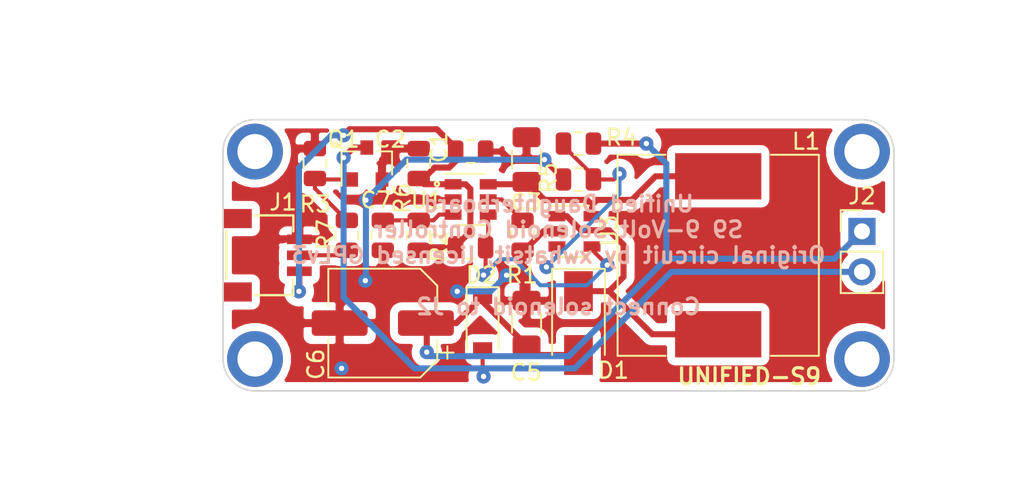
<source format=kicad_pcb>
(kicad_pcb (version 20171130) (host pcbnew "(5.1.4)-1")

  (general
    (thickness 1.6)
    (drawings 15)
    (tracks 177)
    (zones 0)
    (modules 25)
    (nets 17)
  )

  (page A3)
  (layers
    (0 F.Cu signal)
    (31 B.Cu signal)
    (32 B.Adhes user)
    (33 F.Adhes user)
    (34 B.Paste user)
    (35 F.Paste user)
    (36 B.SilkS user)
    (37 F.SilkS user)
    (38 B.Mask user)
    (39 F.Mask user)
    (40 Dwgs.User user)
    (41 Cmts.User user)
    (42 Eco1.User user)
    (43 Eco2.User user)
    (44 Edge.Cuts user)
    (45 Margin user)
    (46 B.CrtYd user)
    (47 F.CrtYd user)
  )

  (setup
    (last_trace_width 0.254)
    (user_trace_width 0.1778)
    (user_trace_width 0.2032)
    (user_trace_width 0.254)
    (user_trace_width 0.3048)
    (user_trace_width 0.381)
    (user_trace_width 0.508)
    (trace_clearance 0.2032)
    (zone_clearance 0.5)
    (zone_45_only no)
    (trace_min 0.1524)
    (via_size 0.889)
    (via_drill 0.3302)
    (via_min_size 0.889)
    (via_min_drill 0.3302)
    (uvia_size 0.508)
    (uvia_drill 0.127)
    (uvias_allowed no)
    (uvia_min_size 0.508)
    (uvia_min_drill 0.127)
    (edge_width 0.1)
    (segment_width 0.1)
    (pcb_text_width 0.3)
    (pcb_text_size 1.5 1.5)
    (mod_edge_width 0.15)
    (mod_text_size 1 1)
    (mod_text_width 0.15)
    (pad_size 8 8)
    (pad_drill 4)
    (pad_to_mask_clearance 0)
    (aux_axis_origin 0 0)
    (visible_elements 7FFFFFFF)
    (pcbplotparams
      (layerselection 0x00030_ffffffff)
      (usegerberextensions true)
      (usegerberattributes false)
      (usegerberadvancedattributes false)
      (creategerberjobfile false)
      (excludeedgelayer true)
      (linewidth 0.150000)
      (plotframeref false)
      (viasonmask false)
      (mode 1)
      (useauxorigin false)
      (hpglpennumber 1)
      (hpglpenspeed 20)
      (hpglpendiameter 15.000000)
      (psnegative false)
      (psa4output false)
      (plotreference true)
      (plotvalue true)
      (plotinvisibletext false)
      (padsonsilk false)
      (subtractmaskfromsilk false)
      (outputformat 1)
      (mirror false)
      (drillshape 0)
      (scaleselection 1)
      (outputdirectory "/tmp/solenoid-driver/"))
  )

  (net 0 "")
  (net 1 GND)
  (net 2 +5V)
  (net 3 /+5V_Gated)
  (net 4 +9V)
  (net 5 /SW)
  (net 6 "Net-(D2-Pad2)")
  (net 7 "Net-(R1-Pad2)")
  (net 8 "Net-(R2-Pad2)")
  (net 9 "Net-(R4-Pad2)")
  (net 10 SIGNAL)
  (net 11 "Net-(MH1-Pad1)")
  (net 12 "Net-(MH2-Pad1)")
  (net 13 "Net-(MH3-Pad1)")
  (net 14 "Net-(MH4-Pad1)")
  (net 15 ENABLE)
  (net 16 "Net-(Q1-Pad1)")

  (net_class Default "This is the default net class."
    (clearance 0.2032)
    (trace_width 0.254)
    (via_dia 0.889)
    (via_drill 0.3302)
    (uvia_dia 0.508)
    (uvia_drill 0.127)
    (add_net ENABLE)
    (add_net "Net-(D2-Pad2)")
    (add_net "Net-(MH1-Pad1)")
    (add_net "Net-(MH2-Pad1)")
    (add_net "Net-(MH3-Pad1)")
    (add_net "Net-(MH4-Pad1)")
    (add_net "Net-(Q1-Pad1)")
    (add_net "Net-(R1-Pad2)")
    (add_net "Net-(R2-Pad2)")
    (add_net "Net-(R4-Pad2)")
    (add_net SIGNAL)
  )

  (net_class Power ""
    (clearance 0.2032)
    (trace_width 0.381)
    (via_dia 0.889)
    (via_drill 0.3302)
    (uvia_dia 0.508)
    (uvia_drill 0.127)
    (add_net +5V)
    (add_net +9V)
    (add_net /+5V_Gated)
    (add_net /SW)
    (add_net GND)
  )

  (module Diode_SMD:D_SOD-123 (layer F.Cu) (tedit 58645DC7) (tstamp 5E7AC15F)
    (at 186.25 121.75 270)
    (descr SOD-123)
    (tags SOD-123)
    (path /5E8BE98D)
    (attr smd)
    (fp_text reference D2 (at -3.005 0.068 180) (layer F.SilkS)
      (effects (font (size 1 1) (thickness 0.15)))
    )
    (fp_text value RB060T (at 0 2.1 90) (layer F.Fab)
      (effects (font (size 1 1) (thickness 0.15)))
    )
    (fp_line (start -2.25 -1) (end 1.65 -1) (layer F.SilkS) (width 0.12))
    (fp_line (start -2.25 1) (end 1.65 1) (layer F.SilkS) (width 0.12))
    (fp_line (start -2.35 -1.15) (end -2.35 1.15) (layer F.CrtYd) (width 0.05))
    (fp_line (start 2.35 1.15) (end -2.35 1.15) (layer F.CrtYd) (width 0.05))
    (fp_line (start 2.35 -1.15) (end 2.35 1.15) (layer F.CrtYd) (width 0.05))
    (fp_line (start -2.35 -1.15) (end 2.35 -1.15) (layer F.CrtYd) (width 0.05))
    (fp_line (start -1.4 -0.9) (end 1.4 -0.9) (layer F.Fab) (width 0.1))
    (fp_line (start 1.4 -0.9) (end 1.4 0.9) (layer F.Fab) (width 0.1))
    (fp_line (start 1.4 0.9) (end -1.4 0.9) (layer F.Fab) (width 0.1))
    (fp_line (start -1.4 0.9) (end -1.4 -0.9) (layer F.Fab) (width 0.1))
    (fp_line (start -0.75 0) (end -0.35 0) (layer F.Fab) (width 0.1))
    (fp_line (start -0.35 0) (end -0.35 -0.55) (layer F.Fab) (width 0.1))
    (fp_line (start -0.35 0) (end -0.35 0.55) (layer F.Fab) (width 0.1))
    (fp_line (start -0.35 0) (end 0.25 -0.4) (layer F.Fab) (width 0.1))
    (fp_line (start 0.25 -0.4) (end 0.25 0.4) (layer F.Fab) (width 0.1))
    (fp_line (start 0.25 0.4) (end -0.35 0) (layer F.Fab) (width 0.1))
    (fp_line (start 0.25 0) (end 0.75 0) (layer F.Fab) (width 0.1))
    (fp_line (start -2.25 -1) (end -2.25 1) (layer F.SilkS) (width 0.12))
    (fp_text user %R (at 0 -2 90) (layer F.Fab)
      (effects (font (size 1 1) (thickness 0.15)))
    )
    (pad 2 smd rect (at 1.65 0 270) (size 0.9 1.2) (layers F.Cu F.Paste F.Mask)
      (net 6 "Net-(D2-Pad2)"))
    (pad 1 smd rect (at -1.65 0 270) (size 0.9 1.2) (layers F.Cu F.Paste F.Mask)
      (net 4 +9V))
    (model ${KISYS3DMOD}/Diode_SMD.3dshapes/D_SOD-123.wrl
      (at (xyz 0 0 0))
      (scale (xyz 1 1 1))
      (rotate (xyz 0 0 0))
    )
  )

  (module Resistor_SMD:R_0805_2012Metric (layer F.Cu) (tedit 5B36C52B) (tstamp 5E7A9AF1)
    (at 177.75 116.25 270)
    (descr "Resistor SMD 0805 (2012 Metric), square (rectangular) end terminal, IPC_7351 nominal, (Body size source: https://docs.google.com/spreadsheets/d/1BsfQQcO9C6DZCsRaXUlFlo91Tg2WpOkGARC1WS5S8t0/edit?usp=sharing), generated with kicad-footprint-generator")
    (tags resistor)
    (path /5E87BB0F)
    (attr smd)
    (fp_text reference R7 (at -0.045 1.347 90) (layer F.SilkS)
      (effects (font (size 1 1) (thickness 0.15)))
    )
    (fp_text value 100 (at 0 1.65 90) (layer F.Fab)
      (effects (font (size 1 1) (thickness 0.15)))
    )
    (fp_text user %R (at 0 0 90) (layer F.Fab)
      (effects (font (size 0.5 0.5) (thickness 0.08)))
    )
    (fp_line (start 1.68 0.95) (end -1.68 0.95) (layer F.CrtYd) (width 0.05))
    (fp_line (start 1.68 -0.95) (end 1.68 0.95) (layer F.CrtYd) (width 0.05))
    (fp_line (start -1.68 -0.95) (end 1.68 -0.95) (layer F.CrtYd) (width 0.05))
    (fp_line (start -1.68 0.95) (end -1.68 -0.95) (layer F.CrtYd) (width 0.05))
    (fp_line (start -0.258578 0.71) (end 0.258578 0.71) (layer F.SilkS) (width 0.12))
    (fp_line (start -0.258578 -0.71) (end 0.258578 -0.71) (layer F.SilkS) (width 0.12))
    (fp_line (start 1 0.6) (end -1 0.6) (layer F.Fab) (width 0.1))
    (fp_line (start 1 -0.6) (end 1 0.6) (layer F.Fab) (width 0.1))
    (fp_line (start -1 -0.6) (end 1 -0.6) (layer F.Fab) (width 0.1))
    (fp_line (start -1 0.6) (end -1 -0.6) (layer F.Fab) (width 0.1))
    (pad 2 smd roundrect (at 0.9375 0 270) (size 0.975 1.4) (layers F.Cu F.Paste F.Mask) (roundrect_rratio 0.25)
      (net 10 SIGNAL))
    (pad 1 smd roundrect (at -0.9375 0 270) (size 0.975 1.4) (layers F.Cu F.Paste F.Mask) (roundrect_rratio 0.25)
      (net 16 "Net-(Q1-Pad1)"))
    (model ${KISYS3DMOD}/Resistor_SMD.3dshapes/R_0805_2012Metric.wrl
      (at (xyz 0 0 0))
      (scale (xyz 1 1 1))
      (rotate (xyz 0 0 0))
    )
  )

  (module Package_TO_SOT_SMD:SOT-23 (layer F.Cu) (tedit 5A02FF57) (tstamp 5E7AA390)
    (at 179 111.75 90)
    (descr "SOT-23, Standard")
    (tags SOT-23)
    (path /5E874796)
    (attr smd)
    (fp_text reference Q1 (at 1.514 -1.454 180) (layer F.SilkS)
      (effects (font (size 1 1) (thickness 0.15)))
    )
    (fp_text value AO3400 (at 0 2.5 90) (layer F.Fab)
      (effects (font (size 1 1) (thickness 0.15)))
    )
    (fp_line (start 0.76 1.58) (end -0.7 1.58) (layer F.SilkS) (width 0.12))
    (fp_line (start 0.76 -1.58) (end -1.4 -1.58) (layer F.SilkS) (width 0.12))
    (fp_line (start -1.7 1.75) (end -1.7 -1.75) (layer F.CrtYd) (width 0.05))
    (fp_line (start 1.7 1.75) (end -1.7 1.75) (layer F.CrtYd) (width 0.05))
    (fp_line (start 1.7 -1.75) (end 1.7 1.75) (layer F.CrtYd) (width 0.05))
    (fp_line (start -1.7 -1.75) (end 1.7 -1.75) (layer F.CrtYd) (width 0.05))
    (fp_line (start 0.76 -1.58) (end 0.76 -0.65) (layer F.SilkS) (width 0.12))
    (fp_line (start 0.76 1.58) (end 0.76 0.65) (layer F.SilkS) (width 0.12))
    (fp_line (start -0.7 1.52) (end 0.7 1.52) (layer F.Fab) (width 0.1))
    (fp_line (start 0.7 -1.52) (end 0.7 1.52) (layer F.Fab) (width 0.1))
    (fp_line (start -0.7 -0.95) (end -0.15 -1.52) (layer F.Fab) (width 0.1))
    (fp_line (start -0.15 -1.52) (end 0.7 -1.52) (layer F.Fab) (width 0.1))
    (fp_line (start -0.7 -0.95) (end -0.7 1.5) (layer F.Fab) (width 0.1))
    (fp_text user %R (at 0 0) (layer F.Fab)
      (effects (font (size 0.5 0.5) (thickness 0.075)))
    )
    (pad 3 smd rect (at 1 0 90) (size 0.9 0.8) (layers F.Cu F.Paste F.Mask)
      (net 6 "Net-(D2-Pad2)"))
    (pad 2 smd rect (at -1 0.95 90) (size 0.9 0.8) (layers F.Cu F.Paste F.Mask)
      (net 1 GND))
    (pad 1 smd rect (at -1 -0.95 90) (size 0.9 0.8) (layers F.Cu F.Paste F.Mask)
      (net 16 "Net-(Q1-Pad1)"))
    (model ${KISYS3DMOD}/Package_TO_SOT_SMD.3dshapes/SOT-23.wrl
      (at (xyz 0 0 0))
      (scale (xyz 1 1 1))
      (rotate (xyz 0 0 0))
    )
  )

  (module Resistor_SMD:R_0805_2012Metric (layer F.Cu) (tedit 5B36C52B) (tstamp 5E7A9A80)
    (at 175.75 111.75 270)
    (descr "Resistor SMD 0805 (2012 Metric), square (rectangular) end terminal, IPC_7351 nominal, (Body size source: https://docs.google.com/spreadsheets/d/1BsfQQcO9C6DZCsRaXUlFlo91Tg2WpOkGARC1WS5S8t0/edit?usp=sharing), generated with kicad-footprint-generator")
    (tags resistor)
    (path /5E8816A4)
    (attr smd)
    (fp_text reference R3 (at 2.55 -0.018 180) (layer F.SilkS)
      (effects (font (size 1 1) (thickness 0.15)))
    )
    (fp_text value 100K (at 0 1.65 90) (layer F.Fab)
      (effects (font (size 1 1) (thickness 0.15)))
    )
    (fp_text user %R (at 0 0 90) (layer F.Fab)
      (effects (font (size 0.5 0.5) (thickness 0.08)))
    )
    (fp_line (start 1.68 0.95) (end -1.68 0.95) (layer F.CrtYd) (width 0.05))
    (fp_line (start 1.68 -0.95) (end 1.68 0.95) (layer F.CrtYd) (width 0.05))
    (fp_line (start -1.68 -0.95) (end 1.68 -0.95) (layer F.CrtYd) (width 0.05))
    (fp_line (start -1.68 0.95) (end -1.68 -0.95) (layer F.CrtYd) (width 0.05))
    (fp_line (start -0.258578 0.71) (end 0.258578 0.71) (layer F.SilkS) (width 0.12))
    (fp_line (start -0.258578 -0.71) (end 0.258578 -0.71) (layer F.SilkS) (width 0.12))
    (fp_line (start 1 0.6) (end -1 0.6) (layer F.Fab) (width 0.1))
    (fp_line (start 1 -0.6) (end 1 0.6) (layer F.Fab) (width 0.1))
    (fp_line (start -1 -0.6) (end 1 -0.6) (layer F.Fab) (width 0.1))
    (fp_line (start -1 0.6) (end -1 -0.6) (layer F.Fab) (width 0.1))
    (pad 2 smd roundrect (at 0.9375 0 270) (size 0.975 1.4) (layers F.Cu F.Paste F.Mask) (roundrect_rratio 0.25)
      (net 16 "Net-(Q1-Pad1)"))
    (pad 1 smd roundrect (at -0.9375 0 270) (size 0.975 1.4) (layers F.Cu F.Paste F.Mask) (roundrect_rratio 0.25)
      (net 1 GND))
    (model ${KISYS3DMOD}/Resistor_SMD.3dshapes/R_0805_2012Metric.wrl
      (at (xyz 0 0 0))
      (scale (xyz 1 1 1))
      (rotate (xyz 0 0 0))
    )
  )

  (module Resistor_SMD:R_0805_2012Metric (layer F.Cu) (tedit 5B36C52B) (tstamp 5E7AA866)
    (at 182.25 116.25 270)
    (descr "Resistor SMD 0805 (2012 Metric), square (rectangular) end terminal, IPC_7351 nominal, (Body size source: https://docs.google.com/spreadsheets/d/1BsfQQcO9C6DZCsRaXUlFlo91Tg2WpOkGARC1WS5S8t0/edit?usp=sharing), generated with kicad-footprint-generator")
    (tags resistor)
    (path /5E83B748)
    (attr smd)
    (fp_text reference R6 (at -2.331 1.021 90) (layer F.SilkS)
      (effects (font (size 1 1) (thickness 0.15)))
    )
    (fp_text value 270k (at 0 1.65 90) (layer F.Fab)
      (effects (font (size 1 1) (thickness 0.15)))
    )
    (fp_text user %R (at 0 0 90) (layer F.Fab)
      (effects (font (size 0.5 0.5) (thickness 0.08)))
    )
    (fp_line (start 1.68 0.95) (end -1.68 0.95) (layer F.CrtYd) (width 0.05))
    (fp_line (start 1.68 -0.95) (end 1.68 0.95) (layer F.CrtYd) (width 0.05))
    (fp_line (start -1.68 -0.95) (end 1.68 -0.95) (layer F.CrtYd) (width 0.05))
    (fp_line (start -1.68 0.95) (end -1.68 -0.95) (layer F.CrtYd) (width 0.05))
    (fp_line (start -0.258578 0.71) (end 0.258578 0.71) (layer F.SilkS) (width 0.12))
    (fp_line (start -0.258578 -0.71) (end 0.258578 -0.71) (layer F.SilkS) (width 0.12))
    (fp_line (start 1 0.6) (end -1 0.6) (layer F.Fab) (width 0.1))
    (fp_line (start 1 -0.6) (end 1 0.6) (layer F.Fab) (width 0.1))
    (fp_line (start -1 -0.6) (end 1 -0.6) (layer F.Fab) (width 0.1))
    (fp_line (start -1 0.6) (end -1 -0.6) (layer F.Fab) (width 0.1))
    (pad 2 smd roundrect (at 0.9375 0 270) (size 0.975 1.4) (layers F.Cu F.Paste F.Mask) (roundrect_rratio 0.25)
      (net 2 +5V))
    (pad 1 smd roundrect (at -0.9375 0 270) (size 0.975 1.4) (layers F.Cu F.Paste F.Mask) (roundrect_rratio 0.25)
      (net 15 ENABLE))
    (model ${KISYS3DMOD}/Resistor_SMD.3dshapes/R_0805_2012Metric.wrl
      (at (xyz 0 0 0))
      (scale (xyz 1 1 1))
      (rotate (xyz 0 0 0))
    )
  )

  (module Capacitor_SMD:C_0805_2012Metric (layer F.Cu) (tedit 5B36C52B) (tstamp 5E7A60C6)
    (at 180 116.25 270)
    (descr "Capacitor SMD 0805 (2012 Metric), square (rectangular) end terminal, IPC_7351 nominal, (Body size source: https://docs.google.com/spreadsheets/d/1BsfQQcO9C6DZCsRaXUlFlo91Tg2WpOkGARC1WS5S8t0/edit?usp=sharing), generated with kicad-footprint-generator")
    (tags capacitor)
    (path /5E83B123)
    (attr smd)
    (fp_text reference C7 (at -2.204 0.422 180) (layer F.SilkS)
      (effects (font (size 1 1) (thickness 0.15)))
    )
    (fp_text value 10uF (at 0 1.65 90) (layer F.Fab)
      (effects (font (size 1 1) (thickness 0.15)))
    )
    (fp_text user %R (at 0 0 90) (layer F.Fab)
      (effects (font (size 0.5 0.5) (thickness 0.08)))
    )
    (fp_line (start 1.68 0.95) (end -1.68 0.95) (layer F.CrtYd) (width 0.05))
    (fp_line (start 1.68 -0.95) (end 1.68 0.95) (layer F.CrtYd) (width 0.05))
    (fp_line (start -1.68 -0.95) (end 1.68 -0.95) (layer F.CrtYd) (width 0.05))
    (fp_line (start -1.68 0.95) (end -1.68 -0.95) (layer F.CrtYd) (width 0.05))
    (fp_line (start -0.258578 0.71) (end 0.258578 0.71) (layer F.SilkS) (width 0.12))
    (fp_line (start -0.258578 -0.71) (end 0.258578 -0.71) (layer F.SilkS) (width 0.12))
    (fp_line (start 1 0.6) (end -1 0.6) (layer F.Fab) (width 0.1))
    (fp_line (start 1 -0.6) (end 1 0.6) (layer F.Fab) (width 0.1))
    (fp_line (start -1 -0.6) (end 1 -0.6) (layer F.Fab) (width 0.1))
    (fp_line (start -1 0.6) (end -1 -0.6) (layer F.Fab) (width 0.1))
    (pad 2 smd roundrect (at 0.9375 0 270) (size 0.975 1.4) (layers F.Cu F.Paste F.Mask) (roundrect_rratio 0.25)
      (net 1 GND))
    (pad 1 smd roundrect (at -0.9375 0 270) (size 0.975 1.4) (layers F.Cu F.Paste F.Mask) (roundrect_rratio 0.25)
      (net 15 ENABLE))
    (model ${KISYS3DMOD}/Capacitor_SMD.3dshapes/C_0805_2012Metric.wrl
      (at (xyz 0 0 0))
      (scale (xyz 1 1 1))
      (rotate (xyz 0 0 0))
    )
  )

  (module random-keyboard-parts:Generic-Mounthole (layer F.Cu) (tedit 5C91B17B) (tstamp 5E7A0FD1)
    (at 210 124)
    (path /5E80C539)
    (attr virtual)
    (fp_text reference MH4 (at 0 2) (layer Dwgs.User)
      (effects (font (size 1 1) (thickness 0.15)))
    )
    (fp_text value Conn_01x01 (at 0 -2) (layer Dwgs.User)
      (effects (font (size 1 1) (thickness 0.15)))
    )
    (pad 1 thru_hole circle (at 0 0) (size 3.5 3.5) (drill 2.2) (layers *.Cu *.Mask)
      (net 14 "Net-(MH4-Pad1)"))
  )

  (module random-keyboard-parts:Generic-Mounthole (layer F.Cu) (tedit 5C91B17B) (tstamp 5E7A0FCC)
    (at 210 111)
    (path /5E80C532)
    (attr virtual)
    (fp_text reference MH3 (at 0 2) (layer Dwgs.User)
      (effects (font (size 1 1) (thickness 0.15)))
    )
    (fp_text value Conn_01x01 (at 0 -2) (layer Dwgs.User)
      (effects (font (size 1 1) (thickness 0.15)))
    )
    (pad 1 thru_hole circle (at 0 0) (size 3.5 3.5) (drill 2.2) (layers *.Cu *.Mask)
      (net 13 "Net-(MH3-Pad1)"))
  )

  (module random-keyboard-parts:Generic-Mounthole (layer F.Cu) (tedit 5C91B17B) (tstamp 5E7A0FC7)
    (at 172 124)
    (path /5E80A074)
    (attr virtual)
    (fp_text reference MH2 (at 0 2) (layer Dwgs.User)
      (effects (font (size 1 1) (thickness 0.15)))
    )
    (fp_text value Conn_01x01 (at 0 -2) (layer Dwgs.User)
      (effects (font (size 1 1) (thickness 0.15)))
    )
    (pad 1 thru_hole circle (at 0 0) (size 3.5 3.5) (drill 2.2) (layers *.Cu *.Mask)
      (net 12 "Net-(MH2-Pad1)"))
  )

  (module random-keyboard-parts:Generic-Mounthole (layer F.Cu) (tedit 5C91B17B) (tstamp 5E7AA59F)
    (at 172 111)
    (path /5E804DB7)
    (attr virtual)
    (fp_text reference MH1 (at 0 2) (layer Dwgs.User)
      (effects (font (size 1 1) (thickness 0.15)))
    )
    (fp_text value Conn_01x01 (at 0 -2) (layer Dwgs.User)
      (effects (font (size 1 1) (thickness 0.15)))
    )
    (pad 1 thru_hole circle (at 0 0) (size 3.5 3.5) (drill 2.2) (layers *.Cu *.Mask)
      (net 11 "Net-(MH1-Pad1)"))
  )

  (module Connector_PinHeader_2.54mm:PinHeader_1x02_P2.54mm_Vertical (layer F.Cu) (tedit 59FED5CC) (tstamp 5E79C45D)
    (at 210 116)
    (descr "Through hole straight pin header, 1x02, 2.54mm pitch, single row")
    (tags "Through hole pin header THT 1x02 2.54mm single row")
    (path /5E7D9A18)
    (fp_text reference J2 (at 0 -2.208) (layer F.SilkS)
      (effects (font (size 1 1) (thickness 0.15)))
    )
    (fp_text value SOLENOID (at 0 4.87) (layer F.Fab)
      (effects (font (size 1 1) (thickness 0.15)))
    )
    (fp_text user %R (at 0 1.27 90) (layer F.Fab)
      (effects (font (size 1 1) (thickness 0.15)))
    )
    (fp_line (start 1.8 -1.8) (end -1.8 -1.8) (layer F.CrtYd) (width 0.05))
    (fp_line (start 1.8 4.35) (end 1.8 -1.8) (layer F.CrtYd) (width 0.05))
    (fp_line (start -1.8 4.35) (end 1.8 4.35) (layer F.CrtYd) (width 0.05))
    (fp_line (start -1.8 -1.8) (end -1.8 4.35) (layer F.CrtYd) (width 0.05))
    (fp_line (start -1.33 -1.33) (end 0 -1.33) (layer F.SilkS) (width 0.12))
    (fp_line (start -1.33 0) (end -1.33 -1.33) (layer F.SilkS) (width 0.12))
    (fp_line (start -1.33 1.27) (end 1.33 1.27) (layer F.SilkS) (width 0.12))
    (fp_line (start 1.33 1.27) (end 1.33 3.87) (layer F.SilkS) (width 0.12))
    (fp_line (start -1.33 1.27) (end -1.33 3.87) (layer F.SilkS) (width 0.12))
    (fp_line (start -1.33 3.87) (end 1.33 3.87) (layer F.SilkS) (width 0.12))
    (fp_line (start -1.27 -0.635) (end -0.635 -1.27) (layer F.Fab) (width 0.1))
    (fp_line (start -1.27 3.81) (end -1.27 -0.635) (layer F.Fab) (width 0.1))
    (fp_line (start 1.27 3.81) (end -1.27 3.81) (layer F.Fab) (width 0.1))
    (fp_line (start 1.27 -1.27) (end 1.27 3.81) (layer F.Fab) (width 0.1))
    (fp_line (start -0.635 -1.27) (end 1.27 -1.27) (layer F.Fab) (width 0.1))
    (pad 2 thru_hole oval (at 0 2.54) (size 1.7 1.7) (drill 1) (layers *.Cu *.Mask)
      (net 6 "Net-(D2-Pad2)"))
    (pad 1 thru_hole rect (at 0 0) (size 1.7 1.7) (drill 1) (layers *.Cu *.Mask)
      (net 4 +9V))
    (model ${KISYS3DMOD}/Connector_PinHeader_2.54mm.3dshapes/PinHeader_1x02_P2.54mm_Vertical.wrl
      (at (xyz 0 0 0))
      (scale (xyz 1 1 1))
      (rotate (xyz 0 0 0))
    )
  )

  (module Package_TO_SOT_SMD:SOT-23-5 (layer F.Cu) (tedit 5A02FF57) (tstamp 5E79C55F)
    (at 192 116)
    (descr "5-pin SOT23 package")
    (tags SOT-23-5)
    (path /533F9B43)
    (attr smd)
    (fp_text reference U3 (at 2.183 -0.049 90) (layer F.SilkS)
      (effects (font (size 1 1) (thickness 0.15)))
    )
    (fp_text value MIC2250-2 (at 0 2.9) (layer F.Fab)
      (effects (font (size 1 1) (thickness 0.15)))
    )
    (fp_line (start 0.9 -1.55) (end 0.9 1.55) (layer F.Fab) (width 0.1))
    (fp_line (start 0.9 1.55) (end -0.9 1.55) (layer F.Fab) (width 0.1))
    (fp_line (start -0.9 -0.9) (end -0.9 1.55) (layer F.Fab) (width 0.1))
    (fp_line (start 0.9 -1.55) (end -0.25 -1.55) (layer F.Fab) (width 0.1))
    (fp_line (start -0.9 -0.9) (end -0.25 -1.55) (layer F.Fab) (width 0.1))
    (fp_line (start -1.9 1.8) (end -1.9 -1.8) (layer F.CrtYd) (width 0.05))
    (fp_line (start 1.9 1.8) (end -1.9 1.8) (layer F.CrtYd) (width 0.05))
    (fp_line (start 1.9 -1.8) (end 1.9 1.8) (layer F.CrtYd) (width 0.05))
    (fp_line (start -1.9 -1.8) (end 1.9 -1.8) (layer F.CrtYd) (width 0.05))
    (fp_line (start 0.9 -1.61) (end -1.55 -1.61) (layer F.SilkS) (width 0.12))
    (fp_line (start -0.9 1.61) (end 0.9 1.61) (layer F.SilkS) (width 0.12))
    (fp_text user %R (at 0 0 90) (layer F.Fab)
      (effects (font (size 0.5 0.5) (thickness 0.075)))
    )
    (pad 5 smd rect (at 1.1 -0.95) (size 1.06 0.65) (layers F.Cu F.Paste F.Mask)
      (net 3 /+5V_Gated))
    (pad 4 smd rect (at 1.1 0.95) (size 1.06 0.65) (layers F.Cu F.Paste F.Mask)
      (net 8 "Net-(R2-Pad2)"))
    (pad 3 smd rect (at -1.1 0.95) (size 1.06 0.65) (layers F.Cu F.Paste F.Mask)
      (net 9 "Net-(R4-Pad2)"))
    (pad 2 smd rect (at -1.1 0) (size 1.06 0.65) (layers F.Cu F.Paste F.Mask)
      (net 1 GND))
    (pad 1 smd rect (at -1.1 -0.95) (size 1.06 0.65) (layers F.Cu F.Paste F.Mask)
      (net 5 /SW))
    (model ${KISYS3DMOD}/Package_TO_SOT_SMD.3dshapes/SOT-23-5.wrl
      (at (xyz 0 0 0))
      (scale (xyz 1 1 1))
      (rotate (xyz 0 0 0))
    )
  )

  (module Package_TO_SOT_SMD:SOT-23-6 (layer F.Cu) (tedit 5A02FF57) (tstamp 5E79C528)
    (at 185.5 114)
    (descr "6-pin SOT-23 package")
    (tags SOT-23-6)
    (path /533F8E11)
    (attr smd)
    (fp_text reference U1 (at -2.747 0.046) (layer F.SilkS)
      (effects (font (size 1 1) (thickness 0.15)))
    )
    (fp_text value MIC2009A-1 (at 0 2.9) (layer F.Fab)
      (effects (font (size 1 1) (thickness 0.15)))
    )
    (fp_text user %R (at 0 0 90) (layer F.Fab)
      (effects (font (size 0.5 0.5) (thickness 0.075)))
    )
    (fp_line (start -0.9 1.61) (end 0.9 1.61) (layer F.SilkS) (width 0.12))
    (fp_line (start 0.9 -1.61) (end -1.55 -1.61) (layer F.SilkS) (width 0.12))
    (fp_line (start 1.9 -1.8) (end -1.9 -1.8) (layer F.CrtYd) (width 0.05))
    (fp_line (start 1.9 1.8) (end 1.9 -1.8) (layer F.CrtYd) (width 0.05))
    (fp_line (start -1.9 1.8) (end 1.9 1.8) (layer F.CrtYd) (width 0.05))
    (fp_line (start -1.9 -1.8) (end -1.9 1.8) (layer F.CrtYd) (width 0.05))
    (fp_line (start -0.9 -0.9) (end -0.25 -1.55) (layer F.Fab) (width 0.1))
    (fp_line (start 0.9 -1.55) (end -0.25 -1.55) (layer F.Fab) (width 0.1))
    (fp_line (start -0.9 -0.9) (end -0.9 1.55) (layer F.Fab) (width 0.1))
    (fp_line (start 0.9 1.55) (end -0.9 1.55) (layer F.Fab) (width 0.1))
    (fp_line (start 0.9 -1.55) (end 0.9 1.55) (layer F.Fab) (width 0.1))
    (pad 1 smd rect (at -1.1 -0.95) (size 1.06 0.65) (layers F.Cu F.Paste F.Mask)
      (net 2 +5V))
    (pad 2 smd rect (at -1.1 0) (size 1.06 0.65) (layers F.Cu F.Paste F.Mask)
      (net 1 GND))
    (pad 3 smd rect (at -1.1 0.95) (size 1.06 0.65) (layers F.Cu F.Paste F.Mask)
      (net 15 ENABLE))
    (pad 4 smd rect (at 1.1 0.95) (size 1.06 0.65) (layers F.Cu F.Paste F.Mask)
      (net 8 "Net-(R2-Pad2)"))
    (pad 6 smd rect (at 1.1 -0.95) (size 1.06 0.65) (layers F.Cu F.Paste F.Mask)
      (net 3 /+5V_Gated))
    (pad 5 smd rect (at 1.1 0) (size 1.06 0.65) (layers F.Cu F.Paste F.Mask)
      (net 7 "Net-(R1-Pad2)"))
    (model ${KISYS3DMOD}/Package_TO_SOT_SMD.3dshapes/SOT-23-6.wrl
      (at (xyz 0 0 0))
      (scale (xyz 1 1 1))
      (rotate (xyz 0 0 0))
    )
  )

  (module Resistor_SMD:R_0805_2012Metric (layer F.Cu) (tedit 5B36C52B) (tstamp 5E7A449C)
    (at 192.25 112.75 180)
    (descr "Resistor SMD 0805 (2012 Metric), square (rectangular) end terminal, IPC_7351 nominal, (Body size source: https://docs.google.com/spreadsheets/d/1BsfQQcO9C6DZCsRaXUlFlo91Tg2WpOkGARC1WS5S8t0/edit?usp=sharing), generated with kicad-footprint-generator")
    (tags resistor)
    (path /533FAB2E)
    (attr smd)
    (fp_text reference R5 (at 1.877 0.101 90) (layer F.SilkS)
      (effects (font (size 1 1) (thickness 0.15)))
    )
    (fp_text value 16K (at 0 1.65) (layer F.Fab)
      (effects (font (size 1 1) (thickness 0.15)))
    )
    (fp_text user %R (at 0 0) (layer F.Fab)
      (effects (font (size 0.5 0.5) (thickness 0.08)))
    )
    (fp_line (start 1.68 0.95) (end -1.68 0.95) (layer F.CrtYd) (width 0.05))
    (fp_line (start 1.68 -0.95) (end 1.68 0.95) (layer F.CrtYd) (width 0.05))
    (fp_line (start -1.68 -0.95) (end 1.68 -0.95) (layer F.CrtYd) (width 0.05))
    (fp_line (start -1.68 0.95) (end -1.68 -0.95) (layer F.CrtYd) (width 0.05))
    (fp_line (start -0.258578 0.71) (end 0.258578 0.71) (layer F.SilkS) (width 0.12))
    (fp_line (start -0.258578 -0.71) (end 0.258578 -0.71) (layer F.SilkS) (width 0.12))
    (fp_line (start 1 0.6) (end -1 0.6) (layer F.Fab) (width 0.1))
    (fp_line (start 1 -0.6) (end 1 0.6) (layer F.Fab) (width 0.1))
    (fp_line (start -1 -0.6) (end 1 -0.6) (layer F.Fab) (width 0.1))
    (fp_line (start -1 0.6) (end -1 -0.6) (layer F.Fab) (width 0.1))
    (pad 2 smd roundrect (at 0.9375 0 180) (size 0.975 1.4) (layers F.Cu F.Paste F.Mask) (roundrect_rratio 0.25)
      (net 1 GND))
    (pad 1 smd roundrect (at -0.9375 0 180) (size 0.975 1.4) (layers F.Cu F.Paste F.Mask) (roundrect_rratio 0.25)
      (net 9 "Net-(R4-Pad2)"))
    (model ${KISYS3DMOD}/Resistor_SMD.3dshapes/R_0805_2012Metric.wrl
      (at (xyz 0 0 0))
      (scale (xyz 1 1 1))
      (rotate (xyz 0 0 0))
    )
  )

  (module Resistor_SMD:R_0805_2012Metric (layer F.Cu) (tedit 5B36C52B) (tstamp 5E79C4F0)
    (at 192.25 110.5 180)
    (descr "Resistor SMD 0805 (2012 Metric), square (rectangular) end terminal, IPC_7351 nominal, (Body size source: https://docs.google.com/spreadsheets/d/1BsfQQcO9C6DZCsRaXUlFlo91Tg2WpOkGARC1WS5S8t0/edit?usp=sharing), generated with kicad-footprint-generator")
    (tags resistor)
    (path /533FAAD3)
    (attr smd)
    (fp_text reference R4 (at -2.695 0.391) (layer F.SilkS)
      (effects (font (size 1 1) (thickness 0.15)))
    )
    (fp_text value 100K (at 0 1.65) (layer F.Fab)
      (effects (font (size 1 1) (thickness 0.15)))
    )
    (fp_text user %R (at 0 0) (layer F.Fab)
      (effects (font (size 0.5 0.5) (thickness 0.08)))
    )
    (fp_line (start 1.68 0.95) (end -1.68 0.95) (layer F.CrtYd) (width 0.05))
    (fp_line (start 1.68 -0.95) (end 1.68 0.95) (layer F.CrtYd) (width 0.05))
    (fp_line (start -1.68 -0.95) (end 1.68 -0.95) (layer F.CrtYd) (width 0.05))
    (fp_line (start -1.68 0.95) (end -1.68 -0.95) (layer F.CrtYd) (width 0.05))
    (fp_line (start -0.258578 0.71) (end 0.258578 0.71) (layer F.SilkS) (width 0.12))
    (fp_line (start -0.258578 -0.71) (end 0.258578 -0.71) (layer F.SilkS) (width 0.12))
    (fp_line (start 1 0.6) (end -1 0.6) (layer F.Fab) (width 0.1))
    (fp_line (start 1 -0.6) (end 1 0.6) (layer F.Fab) (width 0.1))
    (fp_line (start -1 -0.6) (end 1 -0.6) (layer F.Fab) (width 0.1))
    (fp_line (start -1 0.6) (end -1 -0.6) (layer F.Fab) (width 0.1))
    (pad 2 smd roundrect (at 0.9375 0 180) (size 0.975 1.4) (layers F.Cu F.Paste F.Mask) (roundrect_rratio 0.25)
      (net 9 "Net-(R4-Pad2)"))
    (pad 1 smd roundrect (at -0.9375 0 180) (size 0.975 1.4) (layers F.Cu F.Paste F.Mask) (roundrect_rratio 0.25)
      (net 4 +9V))
    (model ${KISYS3DMOD}/Resistor_SMD.3dshapes/R_0805_2012Metric.wrl
      (at (xyz 0 0 0))
      (scale (xyz 1 1 1))
      (rotate (xyz 0 0 0))
    )
  )

  (module Resistor_SMD:R_0805_2012Metric (layer F.Cu) (tedit 5B36C52B) (tstamp 5E79C4CE)
    (at 185.5 117)
    (descr "Resistor SMD 0805 (2012 Metric), square (rectangular) end terminal, IPC_7351 nominal, (Body size source: https://docs.google.com/spreadsheets/d/1BsfQQcO9C6DZCsRaXUlFlo91Tg2WpOkGARC1WS5S8t0/edit?usp=sharing), generated with kicad-footprint-generator")
    (tags resistor)
    (path /533F9579)
    (attr smd)
    (fp_text reference R2 (at -1.985 -0.033 90) (layer F.SilkS)
      (effects (font (size 1 1) (thickness 0.15)))
    )
    (fp_text value 100K (at 0 1.65) (layer F.Fab)
      (effects (font (size 1 1) (thickness 0.15)))
    )
    (fp_text user %R (at 0 0) (layer F.Fab)
      (effects (font (size 0.5 0.5) (thickness 0.08)))
    )
    (fp_line (start 1.68 0.95) (end -1.68 0.95) (layer F.CrtYd) (width 0.05))
    (fp_line (start 1.68 -0.95) (end 1.68 0.95) (layer F.CrtYd) (width 0.05))
    (fp_line (start -1.68 -0.95) (end 1.68 -0.95) (layer F.CrtYd) (width 0.05))
    (fp_line (start -1.68 0.95) (end -1.68 -0.95) (layer F.CrtYd) (width 0.05))
    (fp_line (start -0.258578 0.71) (end 0.258578 0.71) (layer F.SilkS) (width 0.12))
    (fp_line (start -0.258578 -0.71) (end 0.258578 -0.71) (layer F.SilkS) (width 0.12))
    (fp_line (start 1 0.6) (end -1 0.6) (layer F.Fab) (width 0.1))
    (fp_line (start 1 -0.6) (end 1 0.6) (layer F.Fab) (width 0.1))
    (fp_line (start -1 -0.6) (end 1 -0.6) (layer F.Fab) (width 0.1))
    (fp_line (start -1 0.6) (end -1 -0.6) (layer F.Fab) (width 0.1))
    (pad 2 smd roundrect (at 0.9375 0) (size 0.975 1.4) (layers F.Cu F.Paste F.Mask) (roundrect_rratio 0.25)
      (net 8 "Net-(R2-Pad2)"))
    (pad 1 smd roundrect (at -0.9375 0) (size 0.975 1.4) (layers F.Cu F.Paste F.Mask) (roundrect_rratio 0.25)
      (net 2 +5V))
    (model ${KISYS3DMOD}/Resistor_SMD.3dshapes/R_0805_2012Metric.wrl
      (at (xyz 0 0 0))
      (scale (xyz 1 1 1))
      (rotate (xyz 0 0 0))
    )
  )

  (module Resistor_SMD:R_0805_2012Metric (layer F.Cu) (tedit 5B36C52B) (tstamp 5E79DB32)
    (at 188.75 116.25 90)
    (descr "Resistor SMD 0805 (2012 Metric), square (rectangular) end terminal, IPC_7351 nominal, (Body size source: https://docs.google.com/spreadsheets/d/1BsfQQcO9C6DZCsRaXUlFlo91Tg2WpOkGARC1WS5S8t0/edit?usp=sharing), generated with kicad-footprint-generator")
    (tags resistor)
    (path /533F92D7)
    (attr smd)
    (fp_text reference R1 (at -2.495 -0.028 180) (layer F.SilkS)
      (effects (font (size 1 1) (thickness 0.15)))
    )
    (fp_text value 470 (at 0 1.65 90) (layer F.Fab)
      (effects (font (size 1 1) (thickness 0.15)))
    )
    (fp_text user %R (at 0 0 90) (layer F.Fab)
      (effects (font (size 0.5 0.5) (thickness 0.08)))
    )
    (fp_line (start 1.68 0.95) (end -1.68 0.95) (layer F.CrtYd) (width 0.05))
    (fp_line (start 1.68 -0.95) (end 1.68 0.95) (layer F.CrtYd) (width 0.05))
    (fp_line (start -1.68 -0.95) (end 1.68 -0.95) (layer F.CrtYd) (width 0.05))
    (fp_line (start -1.68 0.95) (end -1.68 -0.95) (layer F.CrtYd) (width 0.05))
    (fp_line (start -0.258578 0.71) (end 0.258578 0.71) (layer F.SilkS) (width 0.12))
    (fp_line (start -0.258578 -0.71) (end 0.258578 -0.71) (layer F.SilkS) (width 0.12))
    (fp_line (start 1 0.6) (end -1 0.6) (layer F.Fab) (width 0.1))
    (fp_line (start 1 -0.6) (end 1 0.6) (layer F.Fab) (width 0.1))
    (fp_line (start -1 -0.6) (end 1 -0.6) (layer F.Fab) (width 0.1))
    (fp_line (start -1 0.6) (end -1 -0.6) (layer F.Fab) (width 0.1))
    (pad 2 smd roundrect (at 0.9375 0 90) (size 0.975 1.4) (layers F.Cu F.Paste F.Mask) (roundrect_rratio 0.25)
      (net 7 "Net-(R1-Pad2)"))
    (pad 1 smd roundrect (at -0.9375 0 90) (size 0.975 1.4) (layers F.Cu F.Paste F.Mask) (roundrect_rratio 0.25)
      (net 1 GND))
    (model ${KISYS3DMOD}/Resistor_SMD.3dshapes/R_0805_2012Metric.wrl
      (at (xyz 0 0 0))
      (scale (xyz 1 1 1))
      (rotate (xyz 0 0 0))
    )
  )

  (module Inductor_SMD:L_12x12mm_H6mm (layer F.Cu) (tedit 5990349B) (tstamp 5E79C4AC)
    (at 201 117.5 270)
    (descr "Choke, SMD, 12x12mm 6mm height")
    (tags "Choke SMD")
    (path /533FA306)
    (attr smd)
    (fp_text reference L1 (at -7.137 -5.502 180) (layer F.SilkS)
      (effects (font (size 1 1) (thickness 0.15)))
    )
    (fp_text value 22uH (at 0 7.5 90) (layer F.Fab)
      (effects (font (size 1 1) (thickness 0.15)))
    )
    (fp_circle (center -2.1 3) (end -1.8 3.25) (layer F.Fab) (width 0.1))
    (fp_circle (center 0 0) (end 0.15 0.15) (layer F.Adhes) (width 0.38))
    (fp_circle (center 0 0) (end 0.55 0) (layer F.Adhes) (width 0.38))
    (fp_circle (center 0 0) (end 0.9 0) (layer F.Adhes) (width 0.38))
    (fp_line (start 6.2 -6.2) (end 6.2 -3.3) (layer F.Fab) (width 0.1))
    (fp_line (start -6.2 -6.2) (end -6.2 -3.3) (layer F.Fab) (width 0.1))
    (fp_line (start 6.2 -6.2) (end -6.2 -6.2) (layer F.Fab) (width 0.1))
    (fp_line (start 6.2 6.2) (end 6.2 3.3) (layer F.Fab) (width 0.1))
    (fp_line (start -6.2 6.2) (end 6.2 6.2) (layer F.Fab) (width 0.1))
    (fp_line (start -6.2 3.3) (end -6.2 6.2) (layer F.Fab) (width 0.1))
    (fp_line (start -5 -3.5) (end -4.8 -3.2) (layer F.Fab) (width 0.1))
    (fp_line (start -5.1 -4) (end -5 -3.5) (layer F.Fab) (width 0.1))
    (fp_line (start -4.9 -4.5) (end -5.1 -4) (layer F.Fab) (width 0.1))
    (fp_line (start -4.6 -4.8) (end -4.9 -4.5) (layer F.Fab) (width 0.1))
    (fp_line (start -4.2 -5) (end -4.6 -4.8) (layer F.Fab) (width 0.1))
    (fp_line (start -3.7 -5.1) (end -4.2 -5) (layer F.Fab) (width 0.1))
    (fp_line (start -3.3 -4.9) (end -3.7 -5.1) (layer F.Fab) (width 0.1))
    (fp_line (start -3 -4.7) (end -3.3 -4.9) (layer F.Fab) (width 0.1))
    (fp_line (start -2.6 -4.9) (end -3 -4.7) (layer F.Fab) (width 0.1))
    (fp_line (start -1.7 -5.3) (end -2.6 -4.9) (layer F.Fab) (width 0.1))
    (fp_line (start -0.8 -5.5) (end -1.7 -5.3) (layer F.Fab) (width 0.1))
    (fp_line (start 0 -5.6) (end -0.8 -5.5) (layer F.Fab) (width 0.1))
    (fp_line (start 0.9 -5.5) (end 0 -5.6) (layer F.Fab) (width 0.1))
    (fp_line (start 1.7 -5.3) (end 0.9 -5.5) (layer F.Fab) (width 0.1))
    (fp_line (start 2.2 -5.1) (end 1.7 -5.3) (layer F.Fab) (width 0.1))
    (fp_line (start 2.6 -4.9) (end 2.2 -5.1) (layer F.Fab) (width 0.1))
    (fp_line (start 3 -4.6) (end 2.6 -4.9) (layer F.Fab) (width 0.1))
    (fp_line (start 3.3 -4.9) (end 3 -4.6) (layer F.Fab) (width 0.1))
    (fp_line (start 3.6 -5) (end 3.3 -4.9) (layer F.Fab) (width 0.1))
    (fp_line (start 3.9 -5.1) (end 3.6 -5) (layer F.Fab) (width 0.1))
    (fp_line (start 4.2 -5.1) (end 3.9 -5.1) (layer F.Fab) (width 0.1))
    (fp_line (start 4.5 -4.9) (end 4.2 -5.1) (layer F.Fab) (width 0.1))
    (fp_line (start 4.8 -4.7) (end 4.5 -4.9) (layer F.Fab) (width 0.1))
    (fp_line (start 5 -4.3) (end 4.8 -4.7) (layer F.Fab) (width 0.1))
    (fp_line (start 5.1 -4) (end 5 -4.3) (layer F.Fab) (width 0.1))
    (fp_line (start 5 -3.6) (end 5.1 -4) (layer F.Fab) (width 0.1))
    (fp_line (start 4.9 -3.3) (end 5 -3.6) (layer F.Fab) (width 0.1))
    (fp_line (start -5 3.6) (end -4.8 3.2) (layer F.Fab) (width 0.1))
    (fp_line (start -5.1 4.1) (end -5 3.6) (layer F.Fab) (width 0.1))
    (fp_line (start -4.9 4.6) (end -5.1 4.1) (layer F.Fab) (width 0.1))
    (fp_line (start -4.6 4.8) (end -4.9 4.6) (layer F.Fab) (width 0.1))
    (fp_line (start -4.3 5) (end -4.6 4.8) (layer F.Fab) (width 0.1))
    (fp_line (start -3.9 5.1) (end -4.3 5) (layer F.Fab) (width 0.1))
    (fp_line (start -3.3 4.9) (end -3.9 5.1) (layer F.Fab) (width 0.1))
    (fp_line (start -3 4.7) (end -3.3 4.9) (layer F.Fab) (width 0.1))
    (fp_line (start -2.6 4.9) (end -3 4.7) (layer F.Fab) (width 0.1))
    (fp_line (start -2.1 5.1) (end -2.6 4.9) (layer F.Fab) (width 0.1))
    (fp_line (start -1.5 5.3) (end -2.1 5.1) (layer F.Fab) (width 0.1))
    (fp_line (start -0.6 5.5) (end -1.5 5.3) (layer F.Fab) (width 0.1))
    (fp_line (start 0.6 5.5) (end -0.6 5.5) (layer F.Fab) (width 0.1))
    (fp_line (start 1.6 5.3) (end 0.6 5.5) (layer F.Fab) (width 0.1))
    (fp_line (start 2.4 5) (end 1.6 5.3) (layer F.Fab) (width 0.1))
    (fp_line (start 3 4.6) (end 2.4 5) (layer F.Fab) (width 0.1))
    (fp_line (start 3.1 4.7) (end 3 4.6) (layer F.Fab) (width 0.1))
    (fp_line (start 3.5 5) (end 3.1 4.7) (layer F.Fab) (width 0.1))
    (fp_line (start 4 5.1) (end 3.5 5) (layer F.Fab) (width 0.1))
    (fp_line (start 4.5 5) (end 4 5.1) (layer F.Fab) (width 0.1))
    (fp_line (start 4.8 4.6) (end 4.5 5) (layer F.Fab) (width 0.1))
    (fp_line (start 5 4.3) (end 4.8 4.6) (layer F.Fab) (width 0.1))
    (fp_line (start 5.1 3.8) (end 5 4.3) (layer F.Fab) (width 0.1))
    (fp_line (start 5 3.4) (end 5.1 3.8) (layer F.Fab) (width 0.1))
    (fp_line (start 4.9 3.3) (end 5 3.4) (layer F.Fab) (width 0.1))
    (fp_line (start -6.86 6.6) (end -6.86 -6.6) (layer F.CrtYd) (width 0.05))
    (fp_line (start 6.86 6.6) (end -6.86 6.6) (layer F.CrtYd) (width 0.05))
    (fp_line (start 6.86 -6.6) (end 6.86 6.6) (layer F.CrtYd) (width 0.05))
    (fp_line (start -6.86 -6.6) (end 6.86 -6.6) (layer F.CrtYd) (width 0.05))
    (fp_line (start 6.3 -6.3) (end 6.3 -3.3) (layer F.SilkS) (width 0.12))
    (fp_line (start -6.3 -6.3) (end 6.3 -6.3) (layer F.SilkS) (width 0.12))
    (fp_line (start -6.3 -3.3) (end -6.3 -6.3) (layer F.SilkS) (width 0.12))
    (fp_line (start -6.3 6.3) (end -6.3 3.3) (layer F.SilkS) (width 0.12))
    (fp_line (start 6.3 6.3) (end -6.3 6.3) (layer F.SilkS) (width 0.12))
    (fp_line (start 6.3 3.3) (end 6.3 6.3) (layer F.SilkS) (width 0.12))
    (fp_text user %R (at 0 0 90) (layer F.Fab)
      (effects (font (size 1 1) (thickness 0.15)))
    )
    (pad 2 smd rect (at 4.95 0 270) (size 2.9 5.4) (layers F.Cu F.Paste F.Mask)
      (net 5 /SW))
    (pad 1 smd rect (at -4.95 0 270) (size 2.9 5.4) (layers F.Cu F.Paste F.Mask)
      (net 3 /+5V_Gated))
    (model ${KISYS3DMOD}/Inductor_SMD.3dshapes/L_Bourns_SRR1260.wrl
      (at (xyz 0 0 0))
      (scale (xyz 1 1 1))
      (rotate (xyz 0 0 0))
    )
  )

  (module random-keyboard-parts:JST-SR-3 (layer F.Cu) (tedit 5E795F61) (tstamp 5E7AA625)
    (at 170 117.5 270)
    (path /5E7C9766)
    (fp_text reference J1 (at -3.327 -3.759 180) (layer F.SilkS)
      (effects (font (size 1 1) (thickness 0.15)))
    )
    (fp_text value Conn_01x03 (at 0 1 90) (layer F.Fab)
      (effects (font (size 1 1) (thickness 0.15)))
    )
    (fp_line (start 2.5 -0.2) (end -2.5 -0.2) (layer B.CrtYd) (width 0.15))
    (fp_line (start -2.5 -0.2) (end -2.5 -4.4) (layer B.CrtYd) (width 0.15))
    (fp_line (start -2.5 -4.4) (end 2.5 -4.4) (layer B.CrtYd) (width 0.15))
    (fp_line (start 2.5 -4.4) (end 2.5 -0.2) (layer B.CrtYd) (width 0.15))
    (fp_line (start 1.5 -4.4) (end 2.5 -4.4) (layer F.SilkS) (width 0.15))
    (fp_line (start 2.5 -4.4) (end 2.5 -2) (layer F.SilkS) (width 0.15))
    (fp_line (start 1.5 -0.2) (end -1.5 -0.2) (layer F.SilkS) (width 0.15))
    (fp_line (start -2.5 -2) (end -2.5 -4.4) (layer F.SilkS) (width 0.15))
    (fp_line (start -2.5 -4.4) (end -1.5 -4.4) (layer F.SilkS) (width 0.15))
    (pad 3 smd rect (at 1 -4.775 270) (size 0.6 1.55) (layers F.Cu F.Paste F.Mask)
      (net 2 +5V))
    (pad 2 smd rect (at 0 -4.775 270) (size 0.6 1.55) (layers F.Cu F.Paste F.Mask)
      (net 10 SIGNAL))
    (pad 1 smd rect (at -1 -4.775 270) (size 0.6 1.55) (layers F.Cu F.Paste F.Mask)
      (net 1 GND))
    (pad "" smd rect (at -2.3 -0.9 270) (size 1.2 1.8) (layers F.Cu F.Paste F.Mask))
    (pad "" smd rect (at 2.3 -0.9 270) (size 1.2 1.8) (layers F.Cu F.Paste F.Mask))
    (model ${KIPRJMOD}/random-keyboard-parts.pretty/JST-SR-3.step
      (at (xyz 0 0 0))
      (scale (xyz 1 1 1))
      (rotate (xyz -90 0 0))
    )
  )

  (module Diode_SMD:D_SMA (layer F.Cu) (tedit 586432E5) (tstamp 5E79E232)
    (at 192.25 121.75 270)
    (descr "Diode SMA (DO-214AC)")
    (tags "Diode SMA (DO-214AC)")
    (path /533FA643)
    (attr smd)
    (fp_text reference D1 (at 2.964 -2.187 180) (layer F.SilkS)
      (effects (font (size 1 1) (thickness 0.15)))
    )
    (fp_text value B220A (at 0 2.6 90) (layer F.Fab)
      (effects (font (size 1 1) (thickness 0.15)))
    )
    (fp_line (start -3.4 -1.65) (end 2 -1.65) (layer F.SilkS) (width 0.12))
    (fp_line (start -3.4 1.65) (end 2 1.65) (layer F.SilkS) (width 0.12))
    (fp_line (start -0.64944 0.00102) (end 0.50118 -0.79908) (layer F.Fab) (width 0.1))
    (fp_line (start -0.64944 0.00102) (end 0.50118 0.75032) (layer F.Fab) (width 0.1))
    (fp_line (start 0.50118 0.75032) (end 0.50118 -0.79908) (layer F.Fab) (width 0.1))
    (fp_line (start -0.64944 -0.79908) (end -0.64944 0.80112) (layer F.Fab) (width 0.1))
    (fp_line (start 0.50118 0.00102) (end 1.4994 0.00102) (layer F.Fab) (width 0.1))
    (fp_line (start -0.64944 0.00102) (end -1.55114 0.00102) (layer F.Fab) (width 0.1))
    (fp_line (start -3.5 1.75) (end -3.5 -1.75) (layer F.CrtYd) (width 0.05))
    (fp_line (start 3.5 1.75) (end -3.5 1.75) (layer F.CrtYd) (width 0.05))
    (fp_line (start 3.5 -1.75) (end 3.5 1.75) (layer F.CrtYd) (width 0.05))
    (fp_line (start -3.5 -1.75) (end 3.5 -1.75) (layer F.CrtYd) (width 0.05))
    (fp_line (start 2.3 -1.5) (end -2.3 -1.5) (layer F.Fab) (width 0.1))
    (fp_line (start 2.3 -1.5) (end 2.3 1.5) (layer F.Fab) (width 0.1))
    (fp_line (start -2.3 1.5) (end -2.3 -1.5) (layer F.Fab) (width 0.1))
    (fp_line (start 2.3 1.5) (end -2.3 1.5) (layer F.Fab) (width 0.1))
    (fp_line (start -3.4 -1.65) (end -3.4 1.65) (layer F.SilkS) (width 0.12))
    (fp_text user %R (at 0 -2.5 90) (layer F.Fab)
      (effects (font (size 1 1) (thickness 0.15)))
    )
    (pad 2 smd rect (at 2 0 270) (size 2.5 1.8) (layers F.Cu F.Paste F.Mask)
      (net 4 +9V))
    (pad 1 smd rect (at -2 0 270) (size 2.5 1.8) (layers F.Cu F.Paste F.Mask)
      (net 5 /SW))
    (model ${KISYS3DMOD}/Diode_SMD.3dshapes/D_SMA.wrl
      (at (xyz 0 0 0))
      (scale (xyz 1 1 1))
      (rotate (xyz 0 0 0))
    )
  )

  (module Capacitor_SMD:CP_Elec_6.3x7.7 (layer F.Cu) (tedit 5BCA39D0) (tstamp 5E79C40A)
    (at 180 121.75 180)
    (descr "SMD capacitor, aluminum electrolytic, Nichicon, 6.3x7.7mm")
    (tags "capacitor electrolytic")
    (path /533FB030)
    (attr smd)
    (fp_text reference C6 (at 4.188 -2.583 90) (layer F.SilkS)
      (effects (font (size 1 1) (thickness 0.15)))
    )
    (fp_text value 220uF (at 0 4.35) (layer F.Fab)
      (effects (font (size 1 1) (thickness 0.15)))
    )
    (fp_text user %R (at 0 0) (layer F.Fab)
      (effects (font (size 1 1) (thickness 0.15)))
    )
    (fp_line (start -4.7 1.05) (end -3.55 1.05) (layer F.CrtYd) (width 0.05))
    (fp_line (start -4.7 -1.05) (end -4.7 1.05) (layer F.CrtYd) (width 0.05))
    (fp_line (start -3.55 -1.05) (end -4.7 -1.05) (layer F.CrtYd) (width 0.05))
    (fp_line (start -3.55 1.05) (end -3.55 2.4) (layer F.CrtYd) (width 0.05))
    (fp_line (start -3.55 -2.4) (end -3.55 -1.05) (layer F.CrtYd) (width 0.05))
    (fp_line (start -3.55 -2.4) (end -2.4 -3.55) (layer F.CrtYd) (width 0.05))
    (fp_line (start -3.55 2.4) (end -2.4 3.55) (layer F.CrtYd) (width 0.05))
    (fp_line (start -2.4 -3.55) (end 3.55 -3.55) (layer F.CrtYd) (width 0.05))
    (fp_line (start -2.4 3.55) (end 3.55 3.55) (layer F.CrtYd) (width 0.05))
    (fp_line (start 3.55 1.05) (end 3.55 3.55) (layer F.CrtYd) (width 0.05))
    (fp_line (start 4.7 1.05) (end 3.55 1.05) (layer F.CrtYd) (width 0.05))
    (fp_line (start 4.7 -1.05) (end 4.7 1.05) (layer F.CrtYd) (width 0.05))
    (fp_line (start 3.55 -1.05) (end 4.7 -1.05) (layer F.CrtYd) (width 0.05))
    (fp_line (start 3.55 -3.55) (end 3.55 -1.05) (layer F.CrtYd) (width 0.05))
    (fp_line (start -4.04375 -2.24125) (end -4.04375 -1.45375) (layer F.SilkS) (width 0.12))
    (fp_line (start -4.4375 -1.8475) (end -3.65 -1.8475) (layer F.SilkS) (width 0.12))
    (fp_line (start -3.41 2.345563) (end -2.345563 3.41) (layer F.SilkS) (width 0.12))
    (fp_line (start -3.41 -2.345563) (end -2.345563 -3.41) (layer F.SilkS) (width 0.12))
    (fp_line (start -3.41 -2.345563) (end -3.41 -1.06) (layer F.SilkS) (width 0.12))
    (fp_line (start -3.41 2.345563) (end -3.41 1.06) (layer F.SilkS) (width 0.12))
    (fp_line (start -2.345563 3.41) (end 3.41 3.41) (layer F.SilkS) (width 0.12))
    (fp_line (start -2.345563 -3.41) (end 3.41 -3.41) (layer F.SilkS) (width 0.12))
    (fp_line (start 3.41 -3.41) (end 3.41 -1.06) (layer F.SilkS) (width 0.12))
    (fp_line (start 3.41 3.41) (end 3.41 1.06) (layer F.SilkS) (width 0.12))
    (fp_line (start -2.389838 -1.645) (end -2.389838 -1.015) (layer F.Fab) (width 0.1))
    (fp_line (start -2.704838 -1.33) (end -2.074838 -1.33) (layer F.Fab) (width 0.1))
    (fp_line (start -3.3 2.3) (end -2.3 3.3) (layer F.Fab) (width 0.1))
    (fp_line (start -3.3 -2.3) (end -2.3 -3.3) (layer F.Fab) (width 0.1))
    (fp_line (start -3.3 -2.3) (end -3.3 2.3) (layer F.Fab) (width 0.1))
    (fp_line (start -2.3 3.3) (end 3.3 3.3) (layer F.Fab) (width 0.1))
    (fp_line (start -2.3 -3.3) (end 3.3 -3.3) (layer F.Fab) (width 0.1))
    (fp_line (start 3.3 -3.3) (end 3.3 3.3) (layer F.Fab) (width 0.1))
    (fp_circle (center 0 0) (end 3.15 0) (layer F.Fab) (width 0.1))
    (pad 2 smd roundrect (at 2.7 0 180) (size 3.5 1.6) (layers F.Cu F.Paste F.Mask) (roundrect_rratio 0.15625)
      (net 1 GND))
    (pad 1 smd roundrect (at -2.7 0 180) (size 3.5 1.6) (layers F.Cu F.Paste F.Mask) (roundrect_rratio 0.15625)
      (net 4 +9V))
    (model ${KISYS3DMOD}/Capacitor_SMD.3dshapes/CP_Elec_6.3x7.7.wrl
      (at (xyz 0 0 0))
      (scale (xyz 1 1 1))
      (rotate (xyz 0 0 0))
    )
  )

  (module Capacitor_SMD:C_1206_3216Metric (layer F.Cu) (tedit 5B301BBE) (tstamp 5E79C3E2)
    (at 189 121.75 90)
    (descr "Capacitor SMD 1206 (3216 Metric), square (rectangular) end terminal, IPC_7351 nominal, (Body size source: http://www.tortai-tech.com/upload/download/2011102023233369053.pdf), generated with kicad-footprint-generator")
    (tags capacitor)
    (path /533FADC1)
    (attr smd)
    (fp_text reference C5 (at -3.091 -0.024 180) (layer F.SilkS)
      (effects (font (size 1 1) (thickness 0.15)))
    )
    (fp_text value 22uF (at 0 1.82 90) (layer F.Fab)
      (effects (font (size 1 1) (thickness 0.15)))
    )
    (fp_text user %R (at 0 0 90) (layer F.Fab)
      (effects (font (size 0.8 0.8) (thickness 0.12)))
    )
    (fp_line (start 2.28 1.12) (end -2.28 1.12) (layer F.CrtYd) (width 0.05))
    (fp_line (start 2.28 -1.12) (end 2.28 1.12) (layer F.CrtYd) (width 0.05))
    (fp_line (start -2.28 -1.12) (end 2.28 -1.12) (layer F.CrtYd) (width 0.05))
    (fp_line (start -2.28 1.12) (end -2.28 -1.12) (layer F.CrtYd) (width 0.05))
    (fp_line (start -0.602064 0.91) (end 0.602064 0.91) (layer F.SilkS) (width 0.12))
    (fp_line (start -0.602064 -0.91) (end 0.602064 -0.91) (layer F.SilkS) (width 0.12))
    (fp_line (start 1.6 0.8) (end -1.6 0.8) (layer F.Fab) (width 0.1))
    (fp_line (start 1.6 -0.8) (end 1.6 0.8) (layer F.Fab) (width 0.1))
    (fp_line (start -1.6 -0.8) (end 1.6 -0.8) (layer F.Fab) (width 0.1))
    (fp_line (start -1.6 0.8) (end -1.6 -0.8) (layer F.Fab) (width 0.1))
    (pad 2 smd roundrect (at 1.4 0 90) (size 1.25 1.75) (layers F.Cu F.Paste F.Mask) (roundrect_rratio 0.2)
      (net 1 GND))
    (pad 1 smd roundrect (at -1.4 0 90) (size 1.25 1.75) (layers F.Cu F.Paste F.Mask) (roundrect_rratio 0.2)
      (net 4 +9V))
    (model ${KISYS3DMOD}/Capacitor_SMD.3dshapes/C_1206_3216Metric.wrl
      (at (xyz 0 0 0))
      (scale (xyz 1 1 1))
      (rotate (xyz 0 0 0))
    )
  )

  (module Capacitor_SMD:C_1206_3216Metric (layer F.Cu) (tedit 5B301BBE) (tstamp 5E79DDA6)
    (at 189 111.5 90)
    (descr "Capacitor SMD 1206 (3216 Metric), square (rectangular) end terminal, IPC_7351 nominal, (Body size source: http://www.tortai-tech.com/upload/download/2011102023233369053.pdf), generated with kicad-footprint-generator")
    (tags capacitor)
    (path /533F9FEC)
    (attr smd)
    (fp_text reference C3 (at -2.673 -0.024) (layer F.SilkS)
      (effects (font (size 1 1) (thickness 0.15)))
    )
    (fp_text value 22uF (at 0 1.82 90) (layer F.Fab)
      (effects (font (size 1 1) (thickness 0.15)))
    )
    (fp_text user %R (at 0 0 90) (layer F.Fab)
      (effects (font (size 0.8 0.8) (thickness 0.12)))
    )
    (fp_line (start 2.28 1.12) (end -2.28 1.12) (layer F.CrtYd) (width 0.05))
    (fp_line (start 2.28 -1.12) (end 2.28 1.12) (layer F.CrtYd) (width 0.05))
    (fp_line (start -2.28 -1.12) (end 2.28 -1.12) (layer F.CrtYd) (width 0.05))
    (fp_line (start -2.28 1.12) (end -2.28 -1.12) (layer F.CrtYd) (width 0.05))
    (fp_line (start -0.602064 0.91) (end 0.602064 0.91) (layer F.SilkS) (width 0.12))
    (fp_line (start -0.602064 -0.91) (end 0.602064 -0.91) (layer F.SilkS) (width 0.12))
    (fp_line (start 1.6 0.8) (end -1.6 0.8) (layer F.Fab) (width 0.1))
    (fp_line (start 1.6 -0.8) (end 1.6 0.8) (layer F.Fab) (width 0.1))
    (fp_line (start -1.6 -0.8) (end 1.6 -0.8) (layer F.Fab) (width 0.1))
    (fp_line (start -1.6 0.8) (end -1.6 -0.8) (layer F.Fab) (width 0.1))
    (pad 2 smd roundrect (at 1.4 0 90) (size 1.25 1.75) (layers F.Cu F.Paste F.Mask) (roundrect_rratio 0.2)
      (net 1 GND))
    (pad 1 smd roundrect (at -1.4 0 90) (size 1.25 1.75) (layers F.Cu F.Paste F.Mask) (roundrect_rratio 0.2)
      (net 3 /+5V_Gated))
    (model ${KISYS3DMOD}/Capacitor_SMD.3dshapes/C_1206_3216Metric.wrl
      (at (xyz 0 0 0))
      (scale (xyz 1 1 1))
      (rotate (xyz 0 0 0))
    )
  )

  (module Capacitor_SMD:C_0805_2012Metric (layer F.Cu) (tedit 5B36C52B) (tstamp 5E79C3AF)
    (at 182.25 111.75 90)
    (descr "Capacitor SMD 0805 (2012 Metric), square (rectangular) end terminal, IPC_7351 nominal, (Body size source: https://docs.google.com/spreadsheets/d/1BsfQQcO9C6DZCsRaXUlFlo91Tg2WpOkGARC1WS5S8t0/edit?usp=sharing), generated with kicad-footprint-generator")
    (tags capacitor)
    (path /533DEA52)
    (attr smd)
    (fp_text reference C2 (at 1.514 -1.783) (layer F.SilkS)
      (effects (font (size 1 1) (thickness 0.15)))
    )
    (fp_text value 0.1uF (at 0 1.65 90) (layer F.Fab)
      (effects (font (size 1 1) (thickness 0.15)))
    )
    (fp_text user %R (at 0 0 90) (layer F.Fab)
      (effects (font (size 0.5 0.5) (thickness 0.08)))
    )
    (fp_line (start 1.68 0.95) (end -1.68 0.95) (layer F.CrtYd) (width 0.05))
    (fp_line (start 1.68 -0.95) (end 1.68 0.95) (layer F.CrtYd) (width 0.05))
    (fp_line (start -1.68 -0.95) (end 1.68 -0.95) (layer F.CrtYd) (width 0.05))
    (fp_line (start -1.68 0.95) (end -1.68 -0.95) (layer F.CrtYd) (width 0.05))
    (fp_line (start -0.258578 0.71) (end 0.258578 0.71) (layer F.SilkS) (width 0.12))
    (fp_line (start -0.258578 -0.71) (end 0.258578 -0.71) (layer F.SilkS) (width 0.12))
    (fp_line (start 1 0.6) (end -1 0.6) (layer F.Fab) (width 0.1))
    (fp_line (start 1 -0.6) (end 1 0.6) (layer F.Fab) (width 0.1))
    (fp_line (start -1 -0.6) (end 1 -0.6) (layer F.Fab) (width 0.1))
    (fp_line (start -1 0.6) (end -1 -0.6) (layer F.Fab) (width 0.1))
    (pad 2 smd roundrect (at 0.9375 0 90) (size 0.975 1.4) (layers F.Cu F.Paste F.Mask) (roundrect_rratio 0.25)
      (net 1 GND))
    (pad 1 smd roundrect (at -0.9375 0 90) (size 0.975 1.4) (layers F.Cu F.Paste F.Mask) (roundrect_rratio 0.25)
      (net 2 +5V))
    (model ${KISYS3DMOD}/Capacitor_SMD.3dshapes/C_0805_2012Metric.wrl
      (at (xyz 0 0 0))
      (scale (xyz 1 1 1))
      (rotate (xyz 0 0 0))
    )
  )

  (module Capacitor_SMD:C_0805_2012Metric (layer F.Cu) (tedit 5B36C52B) (tstamp 5E79C39E)
    (at 185.5 111)
    (descr "Capacitor SMD 0805 (2012 Metric), square (rectangular) end terminal, IPC_7351 nominal, (Body size source: https://docs.google.com/spreadsheets/d/1BsfQQcO9C6DZCsRaXUlFlo91Tg2WpOkGARC1WS5S8t0/edit?usp=sharing), generated with kicad-footprint-generator")
    (tags capacitor)
    (path /533F9B5C)
    (attr smd)
    (fp_text reference C1 (at -1.985 -0.256 270) (layer F.SilkS)
      (effects (font (size 1 1) (thickness 0.15)))
    )
    (fp_text value 1uF (at 0 1.65) (layer F.Fab)
      (effects (font (size 1 1) (thickness 0.15)))
    )
    (fp_text user %R (at 0 0) (layer F.Fab)
      (effects (font (size 0.5 0.5) (thickness 0.08)))
    )
    (fp_line (start 1.68 0.95) (end -1.68 0.95) (layer F.CrtYd) (width 0.05))
    (fp_line (start 1.68 -0.95) (end 1.68 0.95) (layer F.CrtYd) (width 0.05))
    (fp_line (start -1.68 -0.95) (end 1.68 -0.95) (layer F.CrtYd) (width 0.05))
    (fp_line (start -1.68 0.95) (end -1.68 -0.95) (layer F.CrtYd) (width 0.05))
    (fp_line (start -0.258578 0.71) (end 0.258578 0.71) (layer F.SilkS) (width 0.12))
    (fp_line (start -0.258578 -0.71) (end 0.258578 -0.71) (layer F.SilkS) (width 0.12))
    (fp_line (start 1 0.6) (end -1 0.6) (layer F.Fab) (width 0.1))
    (fp_line (start 1 -0.6) (end 1 0.6) (layer F.Fab) (width 0.1))
    (fp_line (start -1 -0.6) (end 1 -0.6) (layer F.Fab) (width 0.1))
    (fp_line (start -1 0.6) (end -1 -0.6) (layer F.Fab) (width 0.1))
    (pad 2 smd roundrect (at 0.9375 0) (size 0.975 1.4) (layers F.Cu F.Paste F.Mask) (roundrect_rratio 0.25)
      (net 1 GND))
    (pad 1 smd roundrect (at -0.9375 0) (size 0.975 1.4) (layers F.Cu F.Paste F.Mask) (roundrect_rratio 0.25)
      (net 2 +5V))
    (model ${KISYS3DMOD}/Capacitor_SMD.3dshapes/C_0805_2012Metric.wrl
      (at (xyz 0 0 0))
      (scale (xyz 1 1 1))
      (rotate (xyz 0 0 0))
    )
  )

  (dimension 13 (width 0.15) (layer Dwgs.User)
    (gr_text "13.000 mm" (at 159.7 117.5 90) (layer Dwgs.User)
      (effects (font (size 1 1) (thickness 0.15)))
    )
    (feature1 (pts (xy 172 111) (xy 160.413579 111)))
    (feature2 (pts (xy 172 124) (xy 160.413579 124)))
    (crossbar (pts (xy 161 124) (xy 161 111)))
    (arrow1a (pts (xy 161 111) (xy 161.586421 112.126504)))
    (arrow1b (pts (xy 161 111) (xy 160.413579 112.126504)))
    (arrow2a (pts (xy 161 124) (xy 161.586421 122.873496)))
    (arrow2b (pts (xy 161 124) (xy 160.413579 122.873496)))
  )
  (dimension 38 (width 0.15) (layer Dwgs.User)
    (gr_text "38.000 mm" (at 191 133.299999) (layer Dwgs.User)
      (effects (font (size 1 1) (thickness 0.15)))
    )
    (feature1 (pts (xy 210 124) (xy 210 132.58642)))
    (feature2 (pts (xy 172 124) (xy 172 132.58642)))
    (crossbar (pts (xy 172 131.999999) (xy 210 131.999999)))
    (arrow1a (pts (xy 210 131.999999) (xy 208.873496 132.58642)))
    (arrow1b (pts (xy 210 131.999999) (xy 208.873496 131.413578)))
    (arrow2a (pts (xy 172 131.999999) (xy 173.126504 132.58642)))
    (arrow2b (pts (xy 172 131.999999) (xy 173.126504 131.413578)))
  )
  (gr_circle (center 183.388 113.03) (end 183.388 112.903) (layer F.SilkS) (width 0.15))
  (gr_text "Unified Daughterboard\nS9 9-Volt Solenoid Controller\nOriginal circuit by xwhatsit, licensed GPLv3\n\nConnect solenoid to J2" (at 191 117.5) (layer B.SilkS)
    (effects (font (size 1 1) (thickness 0.2)) (justify mirror))
  )
  (gr_text UNIFIED-S9 (at 202.946 125.095) (layer F.SilkS)
    (effects (font (size 1 1) (thickness 0.2)))
  )
  (dimension 42 (width 0.15) (layer Dwgs.User)
    (gr_text "42.000 mm" (at 191 102.200001) (layer Dwgs.User)
      (effects (font (size 1 1) (thickness 0.15)))
    )
    (feature1 (pts (xy 170 109) (xy 170 102.91358)))
    (feature2 (pts (xy 212 109) (xy 212 102.91358)))
    (crossbar (pts (xy 212 103.500001) (xy 170 103.500001)))
    (arrow1a (pts (xy 170 103.500001) (xy 171.126504 102.91358)))
    (arrow1b (pts (xy 170 103.500001) (xy 171.126504 104.086422)))
    (arrow2a (pts (xy 212 103.500001) (xy 210.873496 102.91358)))
    (arrow2b (pts (xy 212 103.500001) (xy 210.873496 104.086422)))
  )
  (dimension 17 (width 0.15) (layer Dwgs.User)
    (gr_text "17.000 mm" (at 218.8 117.5 270) (layer Dwgs.User)
      (effects (font (size 1 1) (thickness 0.15)))
    )
    (feature1 (pts (xy 212 126) (xy 218.086421 126)))
    (feature2 (pts (xy 212 109) (xy 218.086421 109)))
    (crossbar (pts (xy 217.5 109) (xy 217.5 126)))
    (arrow1a (pts (xy 217.5 126) (xy 216.913579 124.873496)))
    (arrow1b (pts (xy 217.5 126) (xy 218.086421 124.873496)))
    (arrow2a (pts (xy 217.5 109) (xy 216.913579 110.126504)))
    (arrow2b (pts (xy 217.5 109) (xy 218.086421 110.126504)))
  )
  (gr_arc (start 210 111) (end 212 111) (angle -90) (layer Edge.Cuts) (width 0.1))
  (gr_arc (start 210 124) (end 210 126) (angle -90) (layer Edge.Cuts) (width 0.1))
  (gr_arc (start 172 124) (end 170 124) (angle -90) (layer Edge.Cuts) (width 0.1))
  (gr_arc (start 172 111) (end 172 109) (angle -90) (layer Edge.Cuts) (width 0.1))
  (gr_line (start 210 109) (end 172 109) (layer Edge.Cuts) (width 0.1))
  (gr_line (start 212 124) (end 212 111) (layer Edge.Cuts) (width 0.1))
  (gr_line (start 172 126) (end 210 126) (layer Edge.Cuts) (width 0.1))
  (gr_line (start 170 111) (end 170 124) (layer Edge.Cuts) (width 0.1))

  (segment (start 190.9 116) (end 190.054 116) (width 0.381) (layer F.Cu) (net 1))
  (segment (start 188.8665 117.1875) (end 188.75 117.1875) (width 0.381) (layer F.Cu) (net 1))
  (segment (start 190.054 116) (end 188.8665 117.1875) (width 0.381) (layer F.Cu) (net 1))
  (segment (start 188.75 120.1) (end 189 120.35) (width 0.381) (layer F.Cu) (net 1))
  (via (at 190.119 111.506) (size 0.889) (drill 0.3302) (layers F.Cu B.Cu) (net 1))
  (segment (start 191.3125 112.6995) (end 190.119 111.506) (width 0.381) (layer F.Cu) (net 1))
  (segment (start 191.3125 112.75) (end 191.3125 112.6995) (width 0.381) (layer F.Cu) (net 1))
  (segment (start 189.357 111.506) (end 190.119 111.506) (width 0.381) (layer F.Cu) (net 1))
  (segment (start 189 110.1) (end 189 111.149) (width 0.381) (layer F.Cu) (net 1))
  (segment (start 189 111.149) (end 189.357 111.506) (width 0.381) (layer F.Cu) (net 1))
  (segment (start 187.454 111) (end 186.4375 111) (width 0.381) (layer F.Cu) (net 1))
  (segment (start 187.96 111.506) (end 187.454 111) (width 0.381) (layer F.Cu) (net 1))
  (segment (start 189 111.149) (end 188.643 111.506) (width 0.381) (layer F.Cu) (net 1))
  (segment (start 188.643 111.506) (end 187.96 111.506) (width 0.381) (layer F.Cu) (net 1))
  (via (at 178.943 114.046) (size 0.889) (drill 0.3302) (layers F.Cu B.Cu) (net 1))
  (segment (start 174.8105 110.8125) (end 175.75 110.8125) (width 0.381) (layer F.Cu) (net 1))
  (segment (start 174.498 111.125) (end 174.8105 110.8125) (width 0.381) (layer F.Cu) (net 1))
  (segment (start 174.775 116.5) (end 174.498 116.223) (width 0.381) (layer F.Cu) (net 1))
  (segment (start 174.498 116.223) (end 174.498 111.125) (width 0.381) (layer F.Cu) (net 1))
  (segment (start 182.25 110.8125) (end 180.6525 110.8125) (width 0.381) (layer F.Cu) (net 1))
  (segment (start 179.95 111.515) (end 179.95 112.75) (width 0.381) (layer F.Cu) (net 1))
  (segment (start 180.6525 110.8125) (end 179.95 111.515) (width 0.381) (layer F.Cu) (net 1))
  (segment (start 184.354 114.046) (end 184.4 114) (width 0.381) (layer F.Cu) (net 1))
  (segment (start 179.95 112.75) (end 179.95 113.674) (width 0.381) (layer F.Cu) (net 1))
  (segment (start 179.578 114.046) (end 179.451 114.046) (width 0.381) (layer F.Cu) (net 1))
  (segment (start 179.95 113.674) (end 179.578 114.046) (width 0.381) (layer F.Cu) (net 1))
  (segment (start 178.943 114.046) (end 179.451 114.046) (width 0.381) (layer F.Cu) (net 1))
  (segment (start 180.322 114.046) (end 179.95 113.674) (width 0.381) (layer F.Cu) (net 1))
  (segment (start 181.102 114.046) (end 180.322 114.046) (width 0.381) (layer F.Cu) (net 1))
  (segment (start 181.102 114.046) (end 184.354 114.046) (width 0.381) (layer F.Cu) (net 1))
  (segment (start 188.792 120.142) (end 189 120.35) (width 0.381) (layer F.Cu) (net 1))
  (segment (start 177.3 121.75) (end 177.3 120.7) (width 0.381) (layer F.Cu) (net 1))
  (segment (start 180 118) (end 180 117.1875) (width 0.381) (layer F.Cu) (net 1))
  (segment (start 177.3 121.75) (end 174 121.75) (width 0.381) (layer F.Cu) (net 1))
  (segment (start 174 121.75) (end 173 120.75) (width 0.381) (layer F.Cu) (net 1))
  (segment (start 173 120.75) (end 173 117) (width 0.381) (layer F.Cu) (net 1))
  (segment (start 173.5 116.5) (end 174.775 116.5) (width 0.381) (layer F.Cu) (net 1))
  (segment (start 173 117) (end 173.5 116.5) (width 0.381) (layer F.Cu) (net 1))
  (via (at 187.75 118.75) (size 0.889) (drill 0.3302) (layers F.Cu B.Cu) (net 1))
  (segment (start 188.25 118.75) (end 188.75 119.25) (width 0.381) (layer F.Cu) (net 1))
  (segment (start 187.75 118.75) (end 188.25 118.75) (width 0.381) (layer F.Cu) (net 1))
  (segment (start 188.75 119.25) (end 188.75 120.1) (width 0.381) (layer F.Cu) (net 1))
  (segment (start 188.75 118.25) (end 188.25 118.75) (width 0.381) (layer F.Cu) (net 1))
  (segment (start 188.75 117.1875) (end 188.75 118.25) (width 0.381) (layer F.Cu) (net 1))
  (via (at 177.419 124.587) (size 0.889) (drill 0.3302) (layers F.Cu B.Cu) (net 1))
  (segment (start 177.3 121.75) (end 177.3 124.468) (width 0.381) (layer F.Cu) (net 1))
  (segment (start 177.3 124.468) (end 177.419 124.587) (width 0.381) (layer F.Cu) (net 1))
  (via (at 178.9085 119.0915) (size 0.889) (drill 0.3302) (layers F.Cu B.Cu) (net 1))
  (segment (start 178.943 119.057) (end 178.9085 119.0915) (width 0.381) (layer B.Cu) (net 1))
  (segment (start 178.943 114.046) (end 178.943 119.057) (width 0.381) (layer B.Cu) (net 1))
  (segment (start 177.3 120.7) (end 178.9085 119.0915) (width 0.381) (layer F.Cu) (net 1))
  (segment (start 178.9085 119.0915) (end 180 118) (width 0.381) (layer F.Cu) (net 1))
  (segment (start 181.483 111.506) (end 178.943 114.046) (width 0.381) (layer B.Cu) (net 1))
  (segment (start 190.119 111.506) (end 181.483 111.506) (width 0.381) (layer B.Cu) (net 1))
  (segment (start 186.739 119.761) (end 187.75 118.75) (width 0.381) (layer B.Cu) (net 1))
  (via (at 184.658 119.761) (size 0.889) (drill 0.3302) (layers F.Cu B.Cu) (net 1))
  (segment (start 184.658 119.761) (end 186.739 119.761) (width 0.381) (layer B.Cu) (net 1))
  (segment (start 181.761 119.761) (end 180 118) (width 0.381) (layer F.Cu) (net 1))
  (segment (start 184.658 119.761) (end 181.761 119.761) (width 0.381) (layer F.Cu) (net 1))
  (segment (start 182.6125 113.05) (end 182.25 112.6875) (width 0.381) (layer F.Cu) (net 2))
  (segment (start 184.4 113.05) (end 182.6125 113.05) (width 0.381) (layer F.Cu) (net 2))
  (segment (start 182.25 112.6875) (end 182.5625 112.6875) (width 0.381) (layer F.Cu) (net 2))
  (segment (start 185.186 113.05) (end 184.4 113.05) (width 0.381) (layer F.Cu) (net 2))
  (segment (start 185.4835 113.3475) (end 185.186 113.05) (width 0.381) (layer F.Cu) (net 2))
  (segment (start 185.4835 116.0165) (end 185.4835 113.3475) (width 0.381) (layer F.Cu) (net 2))
  (segment (start 184.5625 117) (end 184.5625 116.9375) (width 0.381) (layer F.Cu) (net 2))
  (segment (start 184.5625 116.9375) (end 185.4835 116.0165) (width 0.381) (layer F.Cu) (net 2))
  (segment (start 184.5625 111) (end 184.5625 111.6015) (width 0.381) (layer F.Cu) (net 2))
  (segment (start 184.1625 112.0015) (end 183.2485 112.0015) (width 0.381) (layer F.Cu) (net 2))
  (segment (start 184.5625 111.6015) (end 184.1625 112.0015) (width 0.381) (layer F.Cu) (net 2))
  (segment (start 182.5625 112.6875) (end 183.2485 112.0015) (width 0.381) (layer F.Cu) (net 2))
  (segment (start 182.4375 117) (end 182.25 117.1875) (width 0.381) (layer F.Cu) (net 2))
  (segment (start 184.5625 117) (end 182.4375 117) (width 0.381) (layer F.Cu) (net 2))
  (segment (start 184.5625 111) (end 184.533 111) (width 0.381) (layer F.Cu) (net 2))
  (segment (start 184.5625 111) (end 184.5625 110.7755) (width 0.381) (layer F.Cu) (net 2))
  (segment (start 184.5625 110.7755) (end 183.388 109.601) (width 0.381) (layer F.Cu) (net 2))
  (segment (start 183.388 109.601) (end 180.721 109.601) (width 0.381) (layer F.Cu) (net 2))
  (via (at 177.546 109.982) (size 0.889) (drill 0.3302) (layers F.Cu B.Cu) (net 2))
  (segment (start 180.721 109.601) (end 177.927 109.601) (width 0.381) (layer F.Cu) (net 2))
  (segment (start 177.927 109.601) (end 177.546 109.982) (width 0.381) (layer F.Cu) (net 2))
  (via (at 174.752 119.761) (size 0.889) (drill 0.3302) (layers F.Cu B.Cu) (net 2))
  (segment (start 174.775 118.5) (end 174.775 119.738) (width 0.381) (layer F.Cu) (net 2))
  (segment (start 174.775 119.738) (end 174.752 119.761) (width 0.381) (layer F.Cu) (net 2))
  (segment (start 176.784 109.982) (end 177.546 109.982) (width 0.381) (layer B.Cu) (net 2))
  (segment (start 174.752 119.761) (end 174.752 112.014) (width 0.381) (layer B.Cu) (net 2))
  (segment (start 174.752 112.014) (end 176.784 109.982) (width 0.381) (layer B.Cu) (net 2))
  (segment (start 188.85 113.05) (end 189 112.9) (width 0.381) (layer F.Cu) (net 3))
  (segment (start 186.6 113.05) (end 188.85 113.05) (width 0.381) (layer F.Cu) (net 3))
  (segment (start 193.1 115.05) (end 193.1 114.344) (width 0.381) (layer F.Cu) (net 3))
  (segment (start 193.1 114.344) (end 192.786 114.03) (width 0.381) (layer F.Cu) (net 3))
  (segment (start 190.13 114.03) (end 189 112.9) (width 0.381) (layer F.Cu) (net 3))
  (segment (start 192.786 114.03) (end 190.13 114.03) (width 0.381) (layer F.Cu) (net 3))
  (segment (start 193.414 114.03) (end 193.1 114.344) (width 0.381) (layer F.Cu) (net 3))
  (segment (start 195.596 114.03) (end 193.414 114.03) (width 0.381) (layer F.Cu) (net 3))
  (segment (start 201 112.55) (end 197.076 112.55) (width 0.381) (layer F.Cu) (net 3))
  (segment (start 197.076 112.55) (end 195.596 114.03) (width 0.381) (layer F.Cu) (net 3))
  (segment (start 193.1875 110.5) (end 194.32 110.5) (width 0.381) (layer F.Cu) (net 4))
  (segment (start 194.32 110.5) (end 194.701 110.5) (width 0.381) (layer F.Cu) (net 4))
  (segment (start 194.701 110.5) (end 195.316 110.5) (width 0.381) (layer F.Cu) (net 4))
  (via (at 196.5 110.5) (size 0.889) (drill 0.3302) (layers F.Cu B.Cu) (net 4))
  (segment (start 195.316 110.5) (end 196.5 110.5) (width 0.381) (layer F.Cu) (net 4))
  (segment (start 197.75 111.75) (end 197.75 117.718) (width 0.381) (layer B.Cu) (net 4))
  (segment (start 196.5 110.5) (end 197.75 111.75) (width 0.381) (layer B.Cu) (net 4))
  (segment (start 208.282 117.718) (end 210 116) (width 0.381) (layer B.Cu) (net 4))
  (segment (start 197.75 117.718) (end 208.282 117.718) (width 0.381) (layer B.Cu) (net 4))
  (segment (start 189.6 123.75) (end 189 123.15) (width 0.381) (layer F.Cu) (net 4))
  (segment (start 192.25 123.75) (end 189.6 123.75) (width 0.381) (layer F.Cu) (net 4))
  (segment (start 186.25 120.4) (end 189 123.15) (width 0.381) (layer F.Cu) (net 4))
  (segment (start 186.25 120.1) (end 186.25 120.4) (width 0.381) (layer F.Cu) (net 4))
  (segment (start 184.6 121.75) (end 186.25 120.1) (width 0.381) (layer F.Cu) (net 4))
  (segment (start 182.7 121.75) (end 184.6 121.75) (width 0.381) (layer F.Cu) (net 4))
  (via (at 182.753 123.571) (size 0.889) (drill 0.3302) (layers F.Cu B.Cu) (net 4))
  (segment (start 182.753 121.803) (end 182.7 121.75) (width 0.381) (layer F.Cu) (net 4))
  (segment (start 182.753 123.571) (end 182.753 121.803) (width 0.381) (layer F.Cu) (net 4))
  (segment (start 183.007 123.825) (end 182.753 123.571) (width 0.381) (layer B.Cu) (net 4))
  (segment (start 191.643 123.825) (end 183.007 123.825) (width 0.381) (layer B.Cu) (net 4))
  (segment (start 197.75 117.718) (end 191.643 123.825) (width 0.381) (layer B.Cu) (net 4))
  (segment (start 192.25 119.75) (end 194.172 119.75) (width 0.381) (layer F.Cu) (net 5))
  (segment (start 196.872 122.45) (end 194.172 119.75) (width 0.381) (layer F.Cu) (net 5))
  (segment (start 201 122.45) (end 196.872 122.45) (width 0.381) (layer F.Cu) (net 5))
  (segment (start 190.9 115.05) (end 191.52 115.05) (width 0.381) (layer F.Cu) (net 5))
  (segment (start 194.183 115.935) (end 194.183 115.951) (width 0.381) (layer F.Cu) (net 5))
  (segment (start 191.52 115.05) (end 192.405 115.935) (width 0.381) (layer F.Cu) (net 5))
  (segment (start 194.183 115.951) (end 195.072 116.84) (width 0.381) (layer F.Cu) (net 5))
  (segment (start 195.072 118.85) (end 194.172 119.75) (width 0.381) (layer F.Cu) (net 5))
  (segment (start 195.072 116.84) (end 195.072 118.85) (width 0.381) (layer F.Cu) (net 5))
  (segment (start 192.405 115.935) (end 194.183 115.935) (width 0.381) (layer F.Cu) (net 5))
  (via (at 177.546 111.379) (size 0.889) (drill 0.3302) (layers F.Cu B.Cu) (net 6))
  (segment (start 178.175 110.75) (end 177.546 111.379) (width 0.381) (layer F.Cu) (net 6))
  (segment (start 179 110.75) (end 178.175 110.75) (width 0.381) (layer F.Cu) (net 6))
  (segment (start 198.071 118.54) (end 210 118.54) (width 0.381) (layer B.Cu) (net 6))
  (segment (start 192.024 124.587) (end 198.071 118.54) (width 0.381) (layer B.Cu) (net 6))
  (segment (start 177.546 111.379) (end 177.546 120.142) (width 0.381) (layer B.Cu) (net 6))
  (segment (start 177.546 120.142) (end 181.991 124.587) (width 0.381) (layer B.Cu) (net 6))
  (via (at 186.309 125.095) (size 0.889) (drill 0.3302) (layers F.Cu B.Cu) (net 6))
  (segment (start 186.25 123.4) (end 186.25 125.036) (width 0.254) (layer F.Cu) (net 6))
  (segment (start 186.25 125.036) (end 186.309 125.095) (width 0.254) (layer F.Cu) (net 6))
  (segment (start 186.182 124.968) (end 186.182 124.587) (width 0.254) (layer B.Cu) (net 6))
  (segment (start 186.309 125.095) (end 186.182 124.968) (width 0.254) (layer B.Cu) (net 6))
  (segment (start 181.991 124.587) (end 186.182 124.587) (width 0.381) (layer B.Cu) (net 6))
  (segment (start 186.182 124.587) (end 192.024 124.587) (width 0.381) (layer B.Cu) (net 6))
  (segment (start 187.4375 114) (end 188.75 115.3125) (width 0.254) (layer F.Cu) (net 7))
  (segment (start 186.6 114) (end 187.4375 114) (width 0.254) (layer F.Cu) (net 7))
  (segment (start 186.6 116.8375) (end 186.4375 117) (width 0.254) (layer F.Cu) (net 8))
  (segment (start 186.6 114.95) (end 186.6 116.8375) (width 0.254) (layer F.Cu) (net 8))
  (via (at 194.056 118.11) (size 0.889) (drill 0.3302) (layers F.Cu B.Cu) (net 8))
  (segment (start 193.1 116.95) (end 193.1 117.154) (width 0.254) (layer F.Cu) (net 8))
  (segment (start 193.1 117.154) (end 194.056 118.11) (width 0.254) (layer F.Cu) (net 8))
  (via (at 186.309 118.745) (size 0.889) (drill 0.3302) (layers F.Cu B.Cu) (net 8))
  (segment (start 186.4375 117) (end 186.4375 118.6165) (width 0.254) (layer F.Cu) (net 8))
  (segment (start 186.4375 118.6165) (end 186.309 118.745) (width 0.254) (layer F.Cu) (net 8))
  (segment (start 192.786 119.38) (end 194.056 118.11) (width 0.254) (layer B.Cu) (net 8))
  (segment (start 189.865 119.38) (end 192.786 119.38) (width 0.254) (layer B.Cu) (net 8))
  (segment (start 188.235 117.75) (end 189.865 119.38) (width 0.254) (layer B.Cu) (net 8))
  (segment (start 186.309 118.745) (end 187.304 117.75) (width 0.254) (layer B.Cu) (net 8))
  (segment (start 187.304 117.75) (end 188.235 117.75) (width 0.254) (layer B.Cu) (net 8))
  (segment (start 191.3125 110.5) (end 191.3125 110.6515) (width 0.254) (layer F.Cu) (net 9))
  (segment (start 193.1875 112.5265) (end 193.1875 112.75) (width 0.254) (layer F.Cu) (net 9))
  (segment (start 191.3125 110.6515) (end 193.1875 112.5265) (width 0.254) (layer F.Cu) (net 9))
  (via (at 194.818 112.395) (size 0.889) (drill 0.3302) (layers F.Cu B.Cu) (net 9))
  (segment (start 193.1875 112.75) (end 194.463 112.75) (width 0.254) (layer F.Cu) (net 9))
  (segment (start 194.463 112.75) (end 194.818 112.395) (width 0.254) (layer F.Cu) (net 9))
  (via (at 190.246 118.237) (size 0.889) (drill 0.3302) (layers F.Cu B.Cu) (net 9))
  (segment (start 190.9 116.95) (end 190.9 117.583) (width 0.254) (layer F.Cu) (net 9))
  (segment (start 190.9 117.583) (end 190.246 118.237) (width 0.254) (layer F.Cu) (net 9))
  (segment (start 194.818 113.665) (end 190.246 118.237) (width 0.254) (layer B.Cu) (net 9))
  (segment (start 194.818 112.395) (end 194.818 113.665) (width 0.254) (layer B.Cu) (net 9))
  (segment (start 177.4375 117.5) (end 177.75 117.1875) (width 0.254) (layer F.Cu) (net 10))
  (segment (start 174.775 117.5) (end 177.4375 117.5) (width 0.254) (layer F.Cu) (net 10))
  (segment (start 180 115.3125) (end 182.25 115.3125) (width 0.254) (layer F.Cu) (net 15))
  (segment (start 183.1675 115.3125) (end 183.53 114.95) (width 0.254) (layer F.Cu) (net 15))
  (segment (start 182.25 115.3125) (end 183.1675 115.3125) (width 0.254) (layer F.Cu) (net 15))
  (segment (start 184.4 114.95) (end 183.53 114.95) (width 0.254) (layer F.Cu) (net 15))
  (segment (start 175.75 113.3125) (end 177.75 115.3125) (width 0.254) (layer F.Cu) (net 16))
  (segment (start 175.75 112.6875) (end 175.75 113.3125) (width 0.254) (layer F.Cu) (net 16))
  (segment (start 175.8125 112.75) (end 175.75 112.6875) (width 0.254) (layer F.Cu) (net 16))
  (segment (start 178.05 112.75) (end 175.8125 112.75) (width 0.254) (layer F.Cu) (net 16))

  (zone (net 1) (net_name GND) (layer F.Cu) (tstamp 0) (hatch edge 0.508)
    (connect_pads (clearance 0.5))
    (min_thickness 0.254)
    (fill yes (arc_segments 32) (thermal_gap 0.508) (thermal_bridge_width 0.508))
    (polygon
      (pts
        (xy 169 108) (xy 213 108) (xy 212.5 127) (xy 169 127)
      )
    )
    (filled_polygon
      (pts
        (xy 176.511006 109.692936) (xy 176.45 109.686928) (xy 176.03575 109.69) (xy 175.877 109.84875) (xy 175.877 110.6855)
        (xy 175.897 110.6855) (xy 175.897 110.9395) (xy 175.877 110.9395) (xy 175.877 110.9595) (xy 175.623 110.9595)
        (xy 175.623 110.9395) (xy 174.57375 110.9395) (xy 174.415 111.09825) (xy 174.411928 111.3) (xy 174.424188 111.424482)
        (xy 174.460498 111.54418) (xy 174.519463 111.654494) (xy 174.598815 111.751185) (xy 174.682869 111.820166) (xy 174.675892 111.825892)
        (xy 174.567226 111.958302) (xy 174.48648 112.109368) (xy 174.436756 112.273283) (xy 174.419967 112.44375) (xy 174.419967 112.93125)
        (xy 174.436756 113.101717) (xy 174.48648 113.265632) (xy 174.567226 113.416698) (xy 174.675892 113.549108) (xy 174.808302 113.657774)
        (xy 174.959368 113.73852) (xy 175.123283 113.788244) (xy 175.168698 113.792717) (xy 175.182 113.808925) (xy 175.214263 113.848238)
        (xy 175.243033 113.871849) (xy 176.421757 115.050574) (xy 176.419967 115.06875) (xy 176.419967 115.55625) (xy 176.436756 115.726717)
        (xy 176.48648 115.890632) (xy 176.567226 116.041698) (xy 176.675892 116.174108) (xy 176.768367 116.25) (xy 176.675892 116.325892)
        (xy 176.567226 116.458302) (xy 176.48648 116.609368) (xy 176.445032 116.746) (xy 176.14525 116.746) (xy 176.02625 116.627)
        (xy 175.808081 116.627) (xy 175.791103 116.617925) (xy 175.672913 116.582073) (xy 175.55 116.569967) (xy 174 116.569967)
        (xy 173.877087 116.582073) (xy 173.758897 116.617925) (xy 173.741919 116.627) (xy 173.52375 116.627) (xy 173.365 116.78575)
        (xy 173.361928 116.8) (xy 173.374188 116.924482) (xy 173.401276 117.013781) (xy 173.382073 117.077087) (xy 173.369967 117.2)
        (xy 173.369967 117.8) (xy 173.382073 117.922913) (xy 173.405457 118) (xy 173.382073 118.077087) (xy 173.369967 118.2)
        (xy 173.369967 118.8) (xy 173.382073 118.922913) (xy 173.417925 119.041103) (xy 173.476147 119.150028) (xy 173.554499 119.245501)
        (xy 173.649972 119.323853) (xy 173.750935 119.377819) (xy 173.721677 119.448455) (xy 173.6805 119.655466) (xy 173.6805 119.866534)
        (xy 173.721677 120.073545) (xy 173.802449 120.268546) (xy 173.919711 120.444042) (xy 174.068958 120.593289) (xy 174.244454 120.710551)
        (xy 174.439455 120.791323) (xy 174.646466 120.8325) (xy 174.857534 120.8325) (xy 174.926214 120.818839) (xy 174.924188 120.825518)
        (xy 174.911928 120.95) (xy 174.915 121.46425) (xy 175.07375 121.623) (xy 177.173 121.623) (xy 177.173 120.47375)
        (xy 177.427 120.47375) (xy 177.427 121.623) (xy 179.52625 121.623) (xy 179.685 121.46425) (xy 179.688072 120.95)
        (xy 179.675812 120.825518) (xy 179.639502 120.70582) (xy 179.580537 120.595506) (xy 179.501185 120.498815) (xy 179.404494 120.419463)
        (xy 179.29418 120.360498) (xy 179.174482 120.324188) (xy 179.05 120.311928) (xy 177.58575 120.315) (xy 177.427 120.47375)
        (xy 177.173 120.47375) (xy 177.01425 120.315) (xy 175.672393 120.312185) (xy 175.701551 120.268546) (xy 175.782323 120.073545)
        (xy 175.8235 119.866534) (xy 175.8235 119.655466) (xy 175.782323 119.448455) (xy 175.758877 119.391851) (xy 175.791103 119.382075)
        (xy 175.900028 119.323853) (xy 175.995501 119.245501) (xy 176.073853 119.150028) (xy 176.132075 119.041103) (xy 176.167927 118.922913)
        (xy 176.180033 118.8) (xy 176.180033 118.254) (xy 177.010398 118.254) (xy 177.123283 118.288244) (xy 177.29375 118.305033)
        (xy 178.20625 118.305033) (xy 178.376717 118.288244) (xy 178.540632 118.23852) (xy 178.691698 118.157774) (xy 178.801074 118.068012)
        (xy 178.848815 118.126185) (xy 178.945506 118.205537) (xy 179.05582 118.264502) (xy 179.175518 118.300812) (xy 179.3 118.313072)
        (xy 179.71425 118.31) (xy 179.873 118.15125) (xy 179.873 117.3145) (xy 179.853 117.3145) (xy 179.853 117.0605)
        (xy 179.873 117.0605) (xy 179.873 117.0405) (xy 180.127 117.0405) (xy 180.127 117.0605) (xy 180.147 117.0605)
        (xy 180.147 117.3145) (xy 180.127 117.3145) (xy 180.127 118.15125) (xy 180.28575 118.31) (xy 180.7 118.313072)
        (xy 180.824482 118.300812) (xy 180.94418 118.264502) (xy 181.054494 118.205537) (xy 181.151185 118.126185) (xy 181.198926 118.068012)
        (xy 181.308302 118.157774) (xy 181.459368 118.23852) (xy 181.623283 118.288244) (xy 181.79375 118.305033) (xy 182.70625 118.305033)
        (xy 182.876717 118.288244) (xy 183.040632 118.23852) (xy 183.191698 118.157774) (xy 183.324108 118.049108) (xy 183.432774 117.916698)
        (xy 183.485796 117.8175) (xy 183.525841 117.8175) (xy 183.592226 117.941698) (xy 183.700892 118.074108) (xy 183.833302 118.182774)
        (xy 183.984368 118.26352) (xy 184.148283 118.313244) (xy 184.31875 118.330033) (xy 184.80625 118.330033) (xy 184.976717 118.313244)
        (xy 185.140632 118.26352) (xy 185.291698 118.182774) (xy 185.424108 118.074108) (xy 185.5 117.981633) (xy 185.525709 118.01296)
        (xy 185.476711 118.061958) (xy 185.359449 118.237454) (xy 185.278677 118.432455) (xy 185.2375 118.639466) (xy 185.2375 118.850534)
        (xy 185.278677 119.057545) (xy 185.305802 119.123031) (xy 185.299972 119.126147) (xy 185.204499 119.204499) (xy 185.126147 119.299972)
        (xy 185.067925 119.408897) (xy 185.032073 119.527087) (xy 185.019967 119.65) (xy 185.019967 120.173913) (xy 184.709067 120.484813)
        (xy 184.68892 120.468279) (xy 184.536774 120.386956) (xy 184.371686 120.336877) (xy 184.2 120.319967) (xy 181.2 120.319967)
        (xy 181.028314 120.336877) (xy 180.863226 120.386956) (xy 180.71108 120.468279) (xy 180.577723 120.577723) (xy 180.468279 120.71108)
        (xy 180.386956 120.863226) (xy 180.336877 121.028314) (xy 180.319967 121.2) (xy 180.319967 122.3) (xy 180.336877 122.471686)
        (xy 180.386956 122.636774) (xy 180.468279 122.78892) (xy 180.577723 122.922277) (xy 180.71108 123.031721) (xy 180.863226 123.113044)
        (xy 181.028314 123.163123) (xy 181.2 123.180033) (xy 181.75516 123.180033) (xy 181.722677 123.258455) (xy 181.6815 123.465466)
        (xy 181.6815 123.676534) (xy 181.722677 123.883545) (xy 181.803449 124.078546) (xy 181.920711 124.254042) (xy 182.069958 124.403289)
        (xy 182.245454 124.520551) (xy 182.440455 124.601323) (xy 182.647466 124.6425) (xy 182.858534 124.6425) (xy 183.065545 124.601323)
        (xy 183.260546 124.520551) (xy 183.436042 124.403289) (xy 183.585289 124.254042) (xy 183.702551 124.078546) (xy 183.783323 123.883545)
        (xy 183.8245 123.676534) (xy 183.8245 123.465466) (xy 183.783323 123.258455) (xy 183.75084 123.180033) (xy 184.2 123.180033)
        (xy 184.371686 123.163123) (xy 184.536774 123.113044) (xy 184.68892 123.031721) (xy 184.822277 122.922277) (xy 184.931721 122.78892)
        (xy 185.013044 122.636774) (xy 185.063123 122.471686) (xy 185.06786 122.42359) (xy 185.180856 122.330856) (xy 185.206454 122.299665)
        (xy 186.1 121.406119) (xy 187.049049 122.355168) (xy 186.972913 122.332073) (xy 186.85 122.319967) (xy 185.65 122.319967)
        (xy 185.527087 122.332073) (xy 185.408897 122.367925) (xy 185.299972 122.426147) (xy 185.204499 122.504499) (xy 185.126147 122.599972)
        (xy 185.067925 122.708897) (xy 185.032073 122.827087) (xy 185.019967 122.95) (xy 185.019967 123.85) (xy 185.032073 123.972913)
        (xy 185.067925 124.091103) (xy 185.126147 124.200028) (xy 185.204499 124.295501) (xy 185.299972 124.373853) (xy 185.408897 124.432075)
        (xy 185.454106 124.445789) (xy 185.359449 124.587454) (xy 185.278677 124.782455) (xy 185.2375 124.989466) (xy 185.2375 125.200534)
        (xy 185.26186 125.323) (xy 173.974793 125.323) (xy 174.10647 125.125932) (xy 174.285653 124.693345) (xy 174.377 124.234114)
        (xy 174.377 123.765886) (xy 174.285653 123.306655) (xy 174.10647 122.874068) (xy 173.889935 122.55) (xy 174.911928 122.55)
        (xy 174.924188 122.674482) (xy 174.960498 122.79418) (xy 175.019463 122.904494) (xy 175.098815 123.001185) (xy 175.195506 123.080537)
        (xy 175.30582 123.139502) (xy 175.425518 123.175812) (xy 175.55 123.188072) (xy 177.01425 123.185) (xy 177.173 123.02625)
        (xy 177.173 121.877) (xy 177.427 121.877) (xy 177.427 123.02625) (xy 177.58575 123.185) (xy 179.05 123.188072)
        (xy 179.174482 123.175812) (xy 179.29418 123.139502) (xy 179.404494 123.080537) (xy 179.501185 123.001185) (xy 179.580537 122.904494)
        (xy 179.639502 122.79418) (xy 179.675812 122.674482) (xy 179.688072 122.55) (xy 179.685 122.03575) (xy 179.52625 121.877)
        (xy 177.427 121.877) (xy 177.173 121.877) (xy 175.07375 121.877) (xy 174.915 122.03575) (xy 174.911928 122.55)
        (xy 173.889935 122.55) (xy 173.846336 122.484751) (xy 173.515249 122.153664) (xy 173.125932 121.89353) (xy 172.693345 121.714347)
        (xy 172.234114 121.623) (xy 171.765886 121.623) (xy 171.306655 121.714347) (xy 170.874068 121.89353) (xy 170.677 122.025207)
        (xy 170.677 121.030033) (xy 171.8 121.030033) (xy 171.922913 121.017927) (xy 172.041103 120.982075) (xy 172.150028 120.923853)
        (xy 172.245501 120.845501) (xy 172.323853 120.750028) (xy 172.382075 120.641103) (xy 172.417927 120.522913) (xy 172.430033 120.4)
        (xy 172.430033 119.2) (xy 172.417927 119.077087) (xy 172.382075 118.958897) (xy 172.323853 118.849972) (xy 172.245501 118.754499)
        (xy 172.150028 118.676147) (xy 172.041103 118.617925) (xy 171.922913 118.582073) (xy 171.8 118.569967) (xy 170.677 118.569967)
        (xy 170.677 116.430033) (xy 171.8 116.430033) (xy 171.922913 116.417927) (xy 172.041103 116.382075) (xy 172.150028 116.323853)
        (xy 172.245501 116.245501) (xy 172.282842 116.2) (xy 173.361928 116.2) (xy 173.365 116.21425) (xy 173.52375 116.373)
        (xy 174.648 116.373) (xy 174.648 115.72375) (xy 174.902 115.72375) (xy 174.902 116.373) (xy 176.02625 116.373)
        (xy 176.185 116.21425) (xy 176.188072 116.2) (xy 176.175812 116.075518) (xy 176.139502 115.95582) (xy 176.080537 115.845506)
        (xy 176.001185 115.748815) (xy 175.904494 115.669463) (xy 175.79418 115.610498) (xy 175.674482 115.574188) (xy 175.55 115.561928)
        (xy 175.06075 115.565) (xy 174.902 115.72375) (xy 174.648 115.72375) (xy 174.48925 115.565) (xy 174 115.561928)
        (xy 173.875518 115.574188) (xy 173.75582 115.610498) (xy 173.645506 115.669463) (xy 173.548815 115.748815) (xy 173.469463 115.845506)
        (xy 173.410498 115.95582) (xy 173.374188 116.075518) (xy 173.361928 116.2) (xy 172.282842 116.2) (xy 172.323853 116.150028)
        (xy 172.382075 116.041103) (xy 172.417927 115.922913) (xy 172.430033 115.8) (xy 172.430033 114.6) (xy 172.417927 114.477087)
        (xy 172.382075 114.358897) (xy 172.323853 114.249972) (xy 172.245501 114.154499) (xy 172.150028 114.076147) (xy 172.041103 114.017925)
        (xy 171.922913 113.982073) (xy 171.8 113.969967) (xy 170.677 113.969967) (xy 170.677 112.974793) (xy 170.874068 113.10647)
        (xy 171.306655 113.285653) (xy 171.765886 113.377) (xy 172.234114 113.377) (xy 172.693345 113.285653) (xy 173.125932 113.10647)
        (xy 173.515249 112.846336) (xy 173.846336 112.515249) (xy 174.10647 112.125932) (xy 174.285653 111.693345) (xy 174.377 111.234114)
        (xy 174.377 110.765886) (xy 174.289303 110.325) (xy 174.411928 110.325) (xy 174.415 110.52675) (xy 174.57375 110.6855)
        (xy 175.623 110.6855) (xy 175.623 109.84875) (xy 175.46425 109.69) (xy 175.05 109.686928) (xy 174.925518 109.699188)
        (xy 174.80582 109.735498) (xy 174.695506 109.794463) (xy 174.598815 109.873815) (xy 174.519463 109.970506) (xy 174.460498 110.08082)
        (xy 174.424188 110.200518) (xy 174.411928 110.325) (xy 174.289303 110.325) (xy 174.285653 110.306655) (xy 174.10647 109.874068)
        (xy 173.974793 109.677) (xy 176.514176 109.677)
      )
    )
    (filled_polygon
      (pts
        (xy 207.89353 109.874068) (xy 207.714347 110.306655) (xy 207.623 110.765886) (xy 207.623 111.234114) (xy 207.714347 111.693345)
        (xy 207.89353 112.125932) (xy 208.153664 112.515249) (xy 208.484751 112.846336) (xy 208.874068 113.10647) (xy 209.306655 113.285653)
        (xy 209.765886 113.377) (xy 210.234114 113.377) (xy 210.693345 113.285653) (xy 211.125932 113.10647) (xy 211.323001 112.974792)
        (xy 211.323001 114.738008) (xy 211.295501 114.704499) (xy 211.200028 114.626147) (xy 211.091103 114.567925) (xy 210.972913 114.532073)
        (xy 210.85 114.519967) (xy 209.15 114.519967) (xy 209.027087 114.532073) (xy 208.908897 114.567925) (xy 208.799972 114.626147)
        (xy 208.704499 114.704499) (xy 208.626147 114.799972) (xy 208.567925 114.908897) (xy 208.532073 115.027087) (xy 208.519967 115.15)
        (xy 208.519967 116.85) (xy 208.532073 116.972913) (xy 208.567925 117.091103) (xy 208.626147 117.200028) (xy 208.704499 117.295501)
        (xy 208.799972 117.373853) (xy 208.908897 117.432075) (xy 208.991332 117.457081) (xy 208.95055 117.49055) (xy 208.765978 117.715453)
        (xy 208.628828 117.972042) (xy 208.544371 118.250457) (xy 208.515854 118.54) (xy 208.544371 118.829543) (xy 208.628828 119.107958)
        (xy 208.765978 119.364547) (xy 208.95055 119.58945) (xy 209.175453 119.774022) (xy 209.432042 119.911172) (xy 209.710457 119.995629)
        (xy 209.927444 120.017) (xy 210.072556 120.017) (xy 210.289543 119.995629) (xy 210.567958 119.911172) (xy 210.824547 119.774022)
        (xy 211.04945 119.58945) (xy 211.234022 119.364547) (xy 211.323 119.198081) (xy 211.323 122.025207) (xy 211.125932 121.89353)
        (xy 210.693345 121.714347) (xy 210.234114 121.623) (xy 209.765886 121.623) (xy 209.306655 121.714347) (xy 208.874068 121.89353)
        (xy 208.484751 122.153664) (xy 208.153664 122.484751) (xy 207.89353 122.874068) (xy 207.714347 123.306655) (xy 207.623 123.765886)
        (xy 207.623 124.234114) (xy 207.714347 124.693345) (xy 207.89353 125.125932) (xy 208.025207 125.323) (xy 193.6883 125.323)
        (xy 193.732075 125.241103) (xy 193.767927 125.122913) (xy 193.780033 125) (xy 193.780033 122.5) (xy 193.767927 122.377087)
        (xy 193.732075 122.258897) (xy 193.673853 122.149972) (xy 193.595501 122.054499) (xy 193.500028 121.976147) (xy 193.391103 121.917925)
        (xy 193.272913 121.882073) (xy 193.15 121.869967) (xy 191.35 121.869967) (xy 191.227087 121.882073) (xy 191.108897 121.917925)
        (xy 190.999972 121.976147) (xy 190.904499 122.054499) (xy 190.826147 122.149972) (xy 190.767925 122.258897) (xy 190.732073 122.377087)
        (xy 190.719967 122.5) (xy 190.719967 122.9325) (xy 190.505033 122.9325) (xy 190.505033 122.775) (xy 190.488123 122.603314)
        (xy 190.438044 122.438226) (xy 190.356721 122.28608) (xy 190.247277 122.152723) (xy 190.11392 122.043279) (xy 189.961774 121.961956)
        (xy 189.796686 121.911877) (xy 189.625 121.894967) (xy 188.901087 121.894967) (xy 188.616629 121.610509) (xy 188.71425 121.61)
        (xy 188.873 121.45125) (xy 188.873 120.477) (xy 189.127 120.477) (xy 189.127 121.45125) (xy 189.28575 121.61)
        (xy 189.875 121.613072) (xy 189.999482 121.600812) (xy 190.11918 121.564502) (xy 190.229494 121.505537) (xy 190.326185 121.426185)
        (xy 190.405537 121.329494) (xy 190.464502 121.21918) (xy 190.500812 121.099482) (xy 190.513072 120.975) (xy 190.51 120.63575)
        (xy 190.35125 120.477) (xy 189.127 120.477) (xy 188.873 120.477) (xy 187.64875 120.477) (xy 187.565935 120.559815)
        (xy 187.480033 120.473914) (xy 187.480033 119.725) (xy 187.486928 119.725) (xy 187.49 120.06425) (xy 187.64875 120.223)
        (xy 188.873 120.223) (xy 188.873 119.24875) (xy 188.71425 119.09) (xy 188.125 119.086928) (xy 188.000518 119.099188)
        (xy 187.88082 119.135498) (xy 187.770506 119.194463) (xy 187.673815 119.273815) (xy 187.594463 119.370506) (xy 187.535498 119.48082)
        (xy 187.499188 119.600518) (xy 187.486928 119.725) (xy 187.480033 119.725) (xy 187.480033 119.65) (xy 187.467927 119.527087)
        (xy 187.432075 119.408897) (xy 187.373853 119.299972) (xy 187.295501 119.204499) (xy 187.282778 119.194057) (xy 187.339323 119.057545)
        (xy 187.3805 118.850534) (xy 187.3805 118.639466) (xy 187.339323 118.432455) (xy 187.258551 118.237454) (xy 187.202424 118.153454)
        (xy 187.299108 118.074108) (xy 187.407774 117.941698) (xy 187.445767 117.870618) (xy 187.460498 117.91918) (xy 187.519463 118.029494)
        (xy 187.598815 118.126185) (xy 187.695506 118.205537) (xy 187.80582 118.264502) (xy 187.925518 118.300812) (xy 188.05 118.313072)
        (xy 188.46425 118.31) (xy 188.623 118.15125) (xy 188.623 117.3145) (xy 188.603 117.3145) (xy 188.603 117.0605)
        (xy 188.623 117.0605) (xy 188.623 117.0405) (xy 188.877 117.0405) (xy 188.877 117.0605) (xy 188.897 117.0605)
        (xy 188.897 117.3145) (xy 188.877 117.3145) (xy 188.877 118.15125) (xy 189.03575 118.31) (xy 189.1745 118.311029)
        (xy 189.1745 118.342534) (xy 189.215677 118.549545) (xy 189.296449 118.744546) (xy 189.413711 118.920042) (xy 189.562958 119.069289)
        (xy 189.591568 119.088406) (xy 189.28575 119.09) (xy 189.127 119.24875) (xy 189.127 120.223) (xy 190.35125 120.223)
        (xy 190.51 120.06425) (xy 190.513072 119.725) (xy 190.500812 119.600518) (xy 190.464502 119.48082) (xy 190.405537 119.370506)
        (xy 190.354213 119.307967) (xy 190.558545 119.267323) (xy 190.719967 119.20046) (xy 190.719967 121) (xy 190.732073 121.122913)
        (xy 190.767925 121.241103) (xy 190.826147 121.350028) (xy 190.904499 121.445501) (xy 190.999972 121.523853) (xy 191.108897 121.582075)
        (xy 191.227087 121.617927) (xy 191.35 121.630033) (xy 193.15 121.630033) (xy 193.272913 121.617927) (xy 193.391103 121.582075)
        (xy 193.500028 121.523853) (xy 193.595501 121.445501) (xy 193.673853 121.350028) (xy 193.732075 121.241103) (xy 193.767927 121.122913)
        (xy 193.780033 121) (xy 193.780033 120.5675) (xy 193.833381 120.5675) (xy 196.265546 122.999665) (xy 196.291144 123.030856)
        (xy 196.415624 123.133015) (xy 196.557643 123.208925) (xy 196.711742 123.255671) (xy 196.831844 123.2675) (xy 196.831852 123.2675)
        (xy 196.872 123.271454) (xy 196.912148 123.2675) (xy 197.669967 123.2675) (xy 197.669967 123.9) (xy 197.682073 124.022913)
        (xy 197.717925 124.141103) (xy 197.776147 124.250028) (xy 197.854499 124.345501) (xy 197.949972 124.423853) (xy 198.058897 124.482075)
        (xy 198.177087 124.517927) (xy 198.3 124.530033) (xy 203.7 124.530033) (xy 203.822913 124.517927) (xy 203.941103 124.482075)
        (xy 204.050028 124.423853) (xy 204.145501 124.345501) (xy 204.223853 124.250028) (xy 204.282075 124.141103) (xy 204.317927 124.022913)
        (xy 204.330033 123.9) (xy 204.330033 121) (xy 204.317927 120.877087) (xy 204.282075 120.758897) (xy 204.223853 120.649972)
        (xy 204.145501 120.554499) (xy 204.050028 120.476147) (xy 203.941103 120.417925) (xy 203.822913 120.382073) (xy 203.7 120.369967)
        (xy 198.3 120.369967) (xy 198.177087 120.382073) (xy 198.058897 120.417925) (xy 197.949972 120.476147) (xy 197.854499 120.554499)
        (xy 197.776147 120.649972) (xy 197.717925 120.758897) (xy 197.682073 120.877087) (xy 197.669967 121) (xy 197.669967 121.6325)
        (xy 197.210619 121.6325) (xy 195.328119 119.75) (xy 195.62167 119.45645) (xy 195.652856 119.430856) (xy 195.67845 119.39967)
        (xy 195.678454 119.399666) (xy 195.755014 119.306377) (xy 195.755015 119.306376) (xy 195.830925 119.164357) (xy 195.877671 119.010258)
        (xy 195.8895 118.890156) (xy 195.8895 118.890147) (xy 195.893454 118.850001) (xy 195.8895 118.809855) (xy 195.8895 116.880148)
        (xy 195.893454 116.84) (xy 195.8895 116.799852) (xy 195.8895 116.799844) (xy 195.877671 116.679742) (xy 195.830925 116.525643)
        (xy 195.755015 116.383624) (xy 195.711709 116.330856) (xy 195.678454 116.290334) (xy 195.67845 116.29033) (xy 195.652856 116.259144)
        (xy 195.621671 116.233551) (xy 194.862682 115.474563) (xy 194.763856 115.354144) (xy 194.639376 115.251985) (xy 194.497357 115.176075)
        (xy 194.343258 115.129329) (xy 194.260033 115.121132) (xy 194.260033 114.8475) (xy 195.555852 114.8475) (xy 195.596 114.851454)
        (xy 195.636148 114.8475) (xy 195.636156 114.8475) (xy 195.756258 114.835671) (xy 195.910357 114.788925) (xy 196.052376 114.713015)
        (xy 196.176856 114.610856) (xy 196.202454 114.579665) (xy 197.41462 113.3675) (xy 197.669967 113.3675) (xy 197.669967 114)
        (xy 197.682073 114.122913) (xy 197.717925 114.241103) (xy 197.776147 114.350028) (xy 197.854499 114.445501) (xy 197.949972 114.523853)
        (xy 198.058897 114.582075) (xy 198.177087 114.617927) (xy 198.3 114.630033) (xy 203.7 114.630033) (xy 203.822913 114.617927)
        (xy 203.941103 114.582075) (xy 204.050028 114.523853) (xy 204.145501 114.445501) (xy 204.223853 114.350028) (xy 204.282075 114.241103)
        (xy 204.317927 114.122913) (xy 204.330033 114) (xy 204.330033 111.1) (xy 204.317927 110.977087) (xy 204.282075 110.858897)
        (xy 204.223853 110.749972) (xy 204.145501 110.654499) (xy 204.050028 110.576147) (xy 203.941103 110.517925) (xy 203.822913 110.482073)
        (xy 203.7 110.469967) (xy 198.3 110.469967) (xy 198.177087 110.482073) (xy 198.058897 110.517925) (xy 197.949972 110.576147)
        (xy 197.854499 110.654499) (xy 197.776147 110.749972) (xy 197.717925 110.858897) (xy 197.682073 110.977087) (xy 197.669967 111.1)
        (xy 197.669967 111.7325) (xy 197.116147 111.7325) (xy 197.075999 111.728546) (xy 197.035851 111.7325) (xy 197.035844 111.7325)
        (xy 196.931277 111.742799) (xy 196.915741 111.744329) (xy 196.893141 111.751185) (xy 196.761643 111.791075) (xy 196.619624 111.866985)
        (xy 196.583613 111.896539) (xy 196.526334 111.943546) (xy 196.52633 111.94355) (xy 196.495144 111.969144) (xy 196.46955 112.00033)
        (xy 195.869674 112.600206) (xy 195.8895 112.500534) (xy 195.8895 112.289466) (xy 195.848323 112.082455) (xy 195.767551 111.887454)
        (xy 195.650289 111.711958) (xy 195.501042 111.562711) (xy 195.325546 111.445449) (xy 195.130545 111.364677) (xy 194.923534 111.3235)
        (xy 194.712466 111.3235) (xy 194.505455 111.364677) (xy 194.310454 111.445449) (xy 194.134958 111.562711) (xy 194.034097 111.663572)
        (xy 193.987096 111.625) (xy 194.049108 111.574108) (xy 194.157774 111.441698) (xy 194.224159 111.3175) (xy 195.802169 111.3175)
        (xy 195.816958 111.332289) (xy 195.992454 111.449551) (xy 196.187455 111.530323) (xy 196.394466 111.5715) (xy 196.605534 111.5715)
        (xy 196.812545 111.530323) (xy 197.007546 111.449551) (xy 197.183042 111.332289) (xy 197.332289 111.183042) (xy 197.449551 111.007546)
        (xy 197.530323 110.812545) (xy 197.5715 110.605534) (xy 197.5715 110.394466) (xy 197.530323 110.187455) (xy 197.449551 109.992454)
        (xy 197.332289 109.816958) (xy 197.192331 109.677) (xy 208.025207 109.677)
      )
    )
    (filled_polygon
      (pts
        (xy 189.830195 116.190555) (xy 189.817131 116.179834) (xy 189.824108 116.174108) (xy 189.862767 116.127002) (xy 189.893748 116.127002)
      )
    )
    (filled_polygon
      (pts
        (xy 180.915 110.52675) (xy 181.07375 110.6855) (xy 182.123 110.6855) (xy 182.123 110.6655) (xy 182.377 110.6655)
        (xy 182.377 110.6855) (xy 182.397 110.6855) (xy 182.397 110.9395) (xy 182.377 110.9395) (xy 182.377 110.9595)
        (xy 182.123 110.9595) (xy 182.123 110.9395) (xy 181.07375 110.9395) (xy 180.915 111.09825) (xy 180.911928 111.3)
        (xy 180.924188 111.424482) (xy 180.960498 111.54418) (xy 181.019463 111.654494) (xy 181.098815 111.751185) (xy 181.182869 111.820166)
        (xy 181.175892 111.825892) (xy 181.067226 111.958302) (xy 180.98648 112.109368) (xy 180.971113 112.160026) (xy 180.939502 112.05582)
        (xy 180.880537 111.945506) (xy 180.801185 111.848815) (xy 180.704494 111.769463) (xy 180.59418 111.710498) (xy 180.474482 111.674188)
        (xy 180.35 111.661928) (xy 180.23575 111.665) (xy 180.077 111.82375) (xy 180.077 112.623) (xy 180.097 112.623)
        (xy 180.097 112.877) (xy 180.077 112.877) (xy 180.077 113.67625) (xy 180.23575 113.835) (xy 180.35 113.838072)
        (xy 180.474482 113.825812) (xy 180.59418 113.789502) (xy 180.704494 113.730537) (xy 180.801185 113.651185) (xy 180.880537 113.554494)
        (xy 180.939502 113.44418) (xy 180.975812 113.324482) (xy 180.982802 113.253508) (xy 180.98648 113.265632) (xy 181.067226 113.416698)
        (xy 181.175892 113.549108) (xy 181.308302 113.657774) (xy 181.459368 113.73852) (xy 181.623283 113.788244) (xy 181.79375 113.805033)
        (xy 182.290862 113.805033) (xy 182.298143 113.808925) (xy 182.452242 113.855671) (xy 182.572344 113.8675) (xy 182.572353 113.8675)
        (xy 182.612499 113.871454) (xy 182.652645 113.8675) (xy 183.38825 113.8675) (xy 183.39375 113.873) (xy 183.48847 113.873)
        (xy 183.519972 113.898853) (xy 183.628897 113.957075) (xy 183.747087 113.992927) (xy 183.8189 114) (xy 183.747087 114.007073)
        (xy 183.628897 114.042925) (xy 183.519972 114.101147) (xy 183.48847 114.127) (xy 183.39375 114.127) (xy 183.284077 114.236673)
        (xy 183.240061 114.250025) (xy 183.129631 114.309051) (xy 183.040632 114.26148) (xy 182.876717 114.211756) (xy 182.70625 114.194967)
        (xy 181.79375 114.194967) (xy 181.623283 114.211756) (xy 181.459368 114.26148) (xy 181.308302 114.342226) (xy 181.175892 114.450892)
        (xy 181.125 114.512904) (xy 181.074108 114.450892) (xy 180.941698 114.342226) (xy 180.790632 114.26148) (xy 180.626717 114.211756)
        (xy 180.45625 114.194967) (xy 179.54375 114.194967) (xy 179.373283 114.211756) (xy 179.209368 114.26148) (xy 179.058302 114.342226)
        (xy 178.925892 114.450892) (xy 178.875 114.512904) (xy 178.824108 114.450892) (xy 178.691698 114.342226) (xy 178.540632 114.26148)
        (xy 178.376717 114.211756) (xy 178.20625 114.194967) (xy 177.698784 114.194967) (xy 177.007816 113.504) (xy 177.101544 113.504)
        (xy 177.126147 113.550028) (xy 177.204499 113.645501) (xy 177.299972 113.723853) (xy 177.408897 113.782075) (xy 177.527087 113.817927)
        (xy 177.65 113.830033) (xy 178.45 113.830033) (xy 178.572913 113.817927) (xy 178.691103 113.782075) (xy 178.800028 113.723853)
        (xy 178.895501 113.645501) (xy 178.973853 113.550028) (xy 178.995464 113.509596) (xy 179.019463 113.554494) (xy 179.098815 113.651185)
        (xy 179.195506 113.730537) (xy 179.30582 113.789502) (xy 179.425518 113.825812) (xy 179.55 113.838072) (xy 179.66425 113.835)
        (xy 179.823 113.67625) (xy 179.823 112.877) (xy 179.803 112.877) (xy 179.803 112.623) (xy 179.823 112.623)
        (xy 179.823 111.82375) (xy 179.732482 111.733232) (xy 179.750028 111.723853) (xy 179.845501 111.645501) (xy 179.923853 111.550028)
        (xy 179.982075 111.441103) (xy 180.017927 111.322913) (xy 180.030033 111.2) (xy 180.030033 110.4185) (xy 180.913352 110.4185)
      )
    )
    (filled_polygon
      (pts
        (xy 191.4395 112.623) (xy 191.4595 112.623) (xy 191.4595 112.877) (xy 191.4395 112.877) (xy 191.4395 112.897)
        (xy 191.1855 112.897) (xy 191.1855 112.877) (xy 191.1655 112.877) (xy 191.1655 112.623) (xy 191.1855 112.623)
        (xy 191.1855 112.603) (xy 191.4395 112.603)
      )
    )
    (filled_polygon
      (pts
        (xy 189.127 109.973) (xy 189.147 109.973) (xy 189.147 110.227) (xy 189.127 110.227) (xy 189.127 111.20125)
        (xy 189.28575 111.36) (xy 189.875 111.363072) (xy 189.999482 111.350812) (xy 190.11918 111.314502) (xy 190.229494 111.255537)
        (xy 190.24658 111.241515) (xy 190.26148 111.290632) (xy 190.342226 111.441698) (xy 190.431988 111.551074) (xy 190.373815 111.598815)
        (xy 190.294463 111.695506) (xy 190.235498 111.80582) (xy 190.21431 111.875667) (xy 190.11392 111.793279) (xy 189.961774 111.711956)
        (xy 189.796686 111.661877) (xy 189.625 111.644967) (xy 188.375 111.644967) (xy 188.203314 111.661877) (xy 188.038226 111.711956)
        (xy 187.88608 111.793279) (xy 187.752723 111.902723) (xy 187.643279 112.03608) (xy 187.561956 112.188226) (xy 187.548526 112.2325)
        (xy 187.518232 112.2325) (xy 187.480028 112.201147) (xy 187.379347 112.147332) (xy 187.455537 112.054494) (xy 187.514502 111.94418)
        (xy 187.550812 111.824482) (xy 187.563072 111.7) (xy 187.56 111.28575) (xy 187.401252 111.127002) (xy 187.56 111.127002)
        (xy 187.56 111.015019) (xy 187.594463 111.079494) (xy 187.673815 111.176185) (xy 187.770506 111.255537) (xy 187.88082 111.314502)
        (xy 188.000518 111.350812) (xy 188.125 111.363072) (xy 188.71425 111.36) (xy 188.873 111.20125) (xy 188.873 110.227)
        (xy 188.853 110.227) (xy 188.853 109.973) (xy 188.873 109.973) (xy 188.873 109.953) (xy 189.127 109.953)
      )
    )
    (filled_polygon
      (pts
        (xy 186.5645 110.873) (xy 186.5845 110.873) (xy 186.5845 111.127) (xy 186.5645 111.127) (xy 186.5645 111.147)
        (xy 186.3105 111.147) (xy 186.3105 111.127) (xy 186.2905 111.127) (xy 186.2905 110.873) (xy 186.3105 110.873)
        (xy 186.3105 110.853) (xy 186.5645 110.853)
      )
    )
    (filled_polygon
      (pts
        (xy 187.499188 110.849482) (xy 187.506322 110.872998) (xy 187.401252 110.872998) (xy 187.492516 110.781734)
      )
    )
  )
)

</source>
